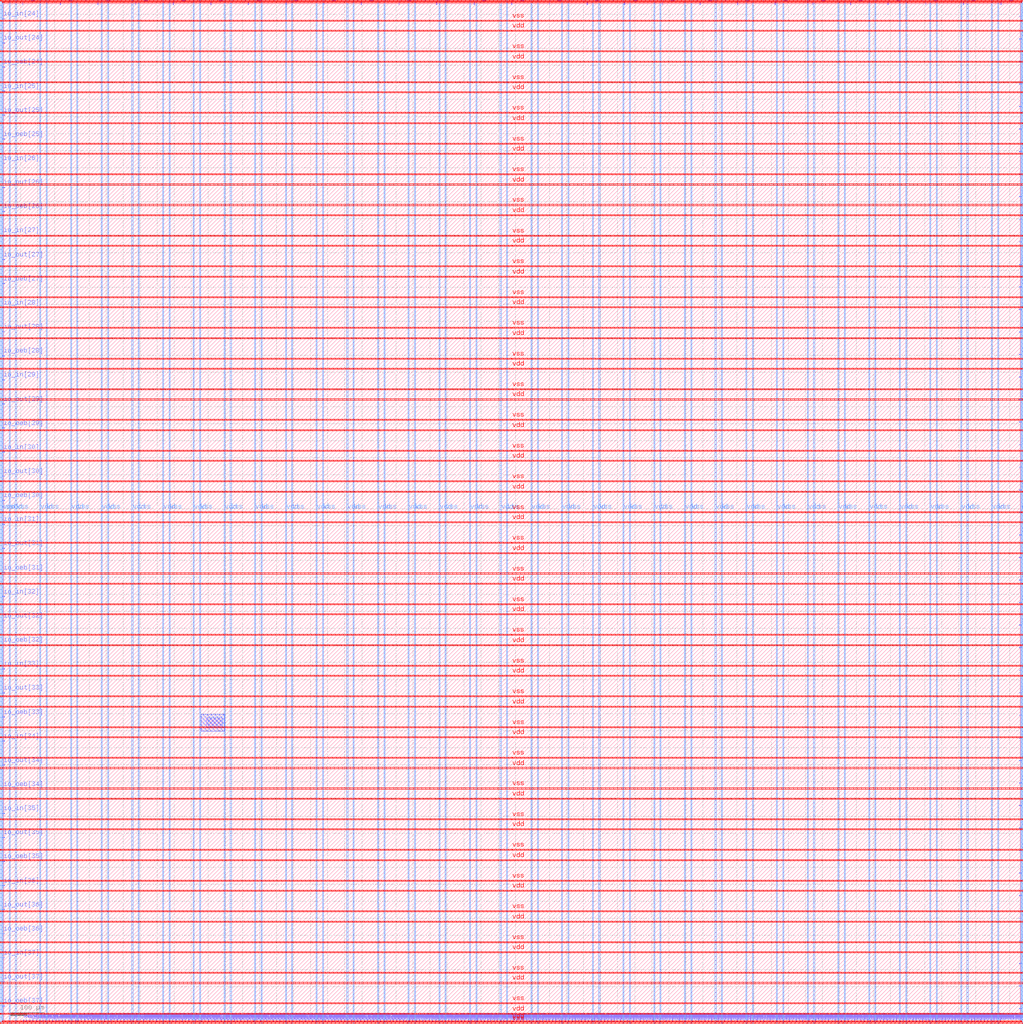
<source format=lef>
VERSION 5.7 ;
  NOWIREEXTENSIONATPIN ON ;
  DIVIDERCHAR "/" ;
  BUSBITCHARS "[]" ;
MACRO user_project_wrapper
  CLASS BLOCK ;
  FOREIGN user_project_wrapper ;
  ORIGIN 0.000 0.000 ;
  SIZE 2980.200 BY 2980.200 ;
  PIN io_in[0]
    DIRECTION INPUT ;
    USE SIGNAL ;
    PORT
      LAYER Metal3 ;
        RECT 2977.800 35.560 2985.000 36.680 ;
    END
  END io_in[0]
  PIN io_in[10]
    DIRECTION INPUT ;
    USE SIGNAL ;
    PORT
      LAYER Metal3 ;
        RECT 2977.800 2017.960 2985.000 2019.080 ;
    END
  END io_in[10]
  PIN io_in[11]
    DIRECTION INPUT ;
    USE SIGNAL ;
    PORT
      LAYER Metal3 ;
        RECT 2977.800 2216.200 2985.000 2217.320 ;
    END
  END io_in[11]
  PIN io_in[12]
    DIRECTION INPUT ;
    USE SIGNAL ;
    PORT
      LAYER Metal3 ;
        RECT 2977.800 2414.440 2985.000 2415.560 ;
    END
  END io_in[12]
  PIN io_in[13]
    DIRECTION INPUT ;
    USE SIGNAL ;
    PORT
      LAYER Metal3 ;
        RECT 2977.800 2612.680 2985.000 2613.800 ;
    END
  END io_in[13]
  PIN io_in[14]
    DIRECTION INPUT ;
    USE SIGNAL ;
    PORT
      LAYER Metal3 ;
        RECT 2977.800 2810.920 2985.000 2812.040 ;
    END
  END io_in[14]
  PIN io_in[15]
    DIRECTION INPUT ;
    USE SIGNAL ;
    PORT
      LAYER Metal2 ;
        RECT 2923.480 2977.800 2924.600 2985.000 ;
    END
  END io_in[15]
  PIN io_in[16]
    DIRECTION INPUT ;
    USE SIGNAL ;
    PORT
      LAYER Metal2 ;
        RECT 2592.520 2977.800 2593.640 2985.000 ;
    END
  END io_in[16]
  PIN io_in[17]
    DIRECTION INPUT ;
    USE SIGNAL ;
    PORT
      LAYER Metal2 ;
        RECT 2261.560 2977.800 2262.680 2985.000 ;
    END
  END io_in[17]
  PIN io_in[18]
    DIRECTION INPUT ;
    USE SIGNAL ;
    PORT
      LAYER Metal2 ;
        RECT 1930.600 2977.800 1931.720 2985.000 ;
    END
  END io_in[18]
  PIN io_in[19]
    DIRECTION INPUT ;
    USE SIGNAL ;
    PORT
      LAYER Metal2 ;
        RECT 1599.640 2977.800 1600.760 2985.000 ;
    END
  END io_in[19]
  PIN io_in[1]
    DIRECTION INPUT ;
    USE SIGNAL ;
    PORT
      LAYER Metal3 ;
        RECT 2977.800 233.800 2985.000 234.920 ;
    END
  END io_in[1]
  PIN io_in[20]
    DIRECTION INPUT ;
    USE SIGNAL ;
    PORT
      LAYER Metal2 ;
        RECT 1268.680 2977.800 1269.800 2985.000 ;
    END
  END io_in[20]
  PIN io_in[21]
    DIRECTION INPUT ;
    USE SIGNAL ;
    PORT
      LAYER Metal2 ;
        RECT 937.720 2977.800 938.840 2985.000 ;
    END
  END io_in[21]
  PIN io_in[22]
    DIRECTION INPUT ;
    USE SIGNAL ;
    PORT
      LAYER Metal2 ;
        RECT 606.760 2977.800 607.880 2985.000 ;
    END
  END io_in[22]
  PIN io_in[23]
    DIRECTION INPUT ;
    USE SIGNAL ;
    PORT
      LAYER Metal2 ;
        RECT 275.800 2977.800 276.920 2985.000 ;
    END
  END io_in[23]
  PIN io_in[24]
    DIRECTION INPUT ;
    USE SIGNAL ;
    PORT
      LAYER Metal3 ;
        RECT -4.800 2935.800 2.400 2936.920 ;
    END
  END io_in[24]
  PIN io_in[25]
    DIRECTION INPUT ;
    USE SIGNAL ;
    PORT
      LAYER Metal3 ;
        RECT -4.800 2724.120 2.400 2725.240 ;
    END
  END io_in[25]
  PIN io_in[26]
    DIRECTION INPUT ;
    USE SIGNAL ;
    PORT
      LAYER Metal3 ;
        RECT -4.800 2512.440 2.400 2513.560 ;
    END
  END io_in[26]
  PIN io_in[27]
    DIRECTION INPUT ;
    USE SIGNAL ;
    PORT
      LAYER Metal3 ;
        RECT -4.800 2300.760 2.400 2301.880 ;
    END
  END io_in[27]
  PIN io_in[28]
    DIRECTION INPUT ;
    USE SIGNAL ;
    PORT
      LAYER Metal3 ;
        RECT -4.800 2089.080 2.400 2090.200 ;
    END
  END io_in[28]
  PIN io_in[29]
    DIRECTION INPUT ;
    USE SIGNAL ;
    PORT
      LAYER Metal3 ;
        RECT -4.800 1877.400 2.400 1878.520 ;
    END
  END io_in[29]
  PIN io_in[2]
    DIRECTION INPUT ;
    USE SIGNAL ;
    PORT
      LAYER Metal3 ;
        RECT 2977.800 432.040 2985.000 433.160 ;
    END
  END io_in[2]
  PIN io_in[30]
    DIRECTION INPUT ;
    USE SIGNAL ;
    PORT
      LAYER Metal3 ;
        RECT -4.800 1665.720 2.400 1666.840 ;
    END
  END io_in[30]
  PIN io_in[31]
    DIRECTION INPUT ;
    USE SIGNAL ;
    PORT
      LAYER Metal3 ;
        RECT -4.800 1454.040 2.400 1455.160 ;
    END
  END io_in[31]
  PIN io_in[32]
    DIRECTION INPUT ;
    USE SIGNAL ;
    PORT
      LAYER Metal3 ;
        RECT -4.800 1242.360 2.400 1243.480 ;
    END
  END io_in[32]
  PIN io_in[33]
    DIRECTION INPUT ;
    USE SIGNAL ;
    PORT
      LAYER Metal3 ;
        RECT -4.800 1030.680 2.400 1031.800 ;
    END
  END io_in[33]
  PIN io_in[34]
    DIRECTION INPUT ;
    USE SIGNAL ;
    PORT
      LAYER Metal3 ;
        RECT -4.800 819.000 2.400 820.120 ;
    END
  END io_in[34]
  PIN io_in[35]
    DIRECTION INPUT ;
    USE SIGNAL ;
    PORT
      LAYER Metal3 ;
        RECT -4.800 607.320 2.400 608.440 ;
    END
  END io_in[35]
  PIN io_in[36]
    DIRECTION INPUT ;
    USE SIGNAL ;
    PORT
      LAYER Metal3 ;
        RECT -4.800 395.640 2.400 396.760 ;
    END
  END io_in[36]
  PIN io_in[37]
    DIRECTION INPUT ;
    USE SIGNAL ;
    PORT
      LAYER Metal3 ;
        RECT -4.800 183.960 2.400 185.080 ;
    END
  END io_in[37]
  PIN io_in[3]
    DIRECTION INPUT ;
    USE SIGNAL ;
    PORT
      LAYER Metal3 ;
        RECT 2977.800 630.280 2985.000 631.400 ;
    END
  END io_in[3]
  PIN io_in[4]
    DIRECTION INPUT ;
    USE SIGNAL ;
    PORT
      LAYER Metal3 ;
        RECT 2977.800 828.520 2985.000 829.640 ;
    END
  END io_in[4]
  PIN io_in[5]
    DIRECTION INPUT ;
    USE SIGNAL ;
    PORT
      LAYER Metal3 ;
        RECT 2977.800 1026.760 2985.000 1027.880 ;
    END
  END io_in[5]
  PIN io_in[6]
    DIRECTION INPUT ;
    USE SIGNAL ;
    PORT
      LAYER Metal3 ;
        RECT 2977.800 1225.000 2985.000 1226.120 ;
    END
  END io_in[6]
  PIN io_in[7]
    DIRECTION INPUT ;
    USE SIGNAL ;
    PORT
      LAYER Metal3 ;
        RECT 2977.800 1423.240 2985.000 1424.360 ;
    END
  END io_in[7]
  PIN io_in[8]
    DIRECTION INPUT ;
    USE SIGNAL ;
    PORT
      LAYER Metal3 ;
        RECT 2977.800 1621.480 2985.000 1622.600 ;
    END
  END io_in[8]
  PIN io_in[9]
    DIRECTION INPUT ;
    USE SIGNAL ;
    PORT
      LAYER Metal3 ;
        RECT 2977.800 1819.720 2985.000 1820.840 ;
    END
  END io_in[9]
  PIN io_oeb[0]
    DIRECTION OUTPUT TRISTATE ;
    USE SIGNAL ;
    PORT
      LAYER Metal3 ;
        RECT 2977.800 167.720 2985.000 168.840 ;
    END
  END io_oeb[0]
  PIN io_oeb[10]
    DIRECTION OUTPUT TRISTATE ;
    USE SIGNAL ;
    PORT
      LAYER Metal3 ;
        RECT 2977.800 2150.120 2985.000 2151.240 ;
    END
  END io_oeb[10]
  PIN io_oeb[11]
    DIRECTION OUTPUT TRISTATE ;
    USE SIGNAL ;
    PORT
      LAYER Metal3 ;
        RECT 2977.800 2348.360 2985.000 2349.480 ;
    END
  END io_oeb[11]
  PIN io_oeb[12]
    DIRECTION OUTPUT TRISTATE ;
    USE SIGNAL ;
    PORT
      LAYER Metal3 ;
        RECT 2977.800 2546.600 2985.000 2547.720 ;
    END
  END io_oeb[12]
  PIN io_oeb[13]
    DIRECTION OUTPUT TRISTATE ;
    USE SIGNAL ;
    PORT
      LAYER Metal3 ;
        RECT 2977.800 2744.840 2985.000 2745.960 ;
    END
  END io_oeb[13]
  PIN io_oeb[14]
    DIRECTION OUTPUT TRISTATE ;
    USE SIGNAL ;
    PORT
      LAYER Metal3 ;
        RECT 2977.800 2943.080 2985.000 2944.200 ;
    END
  END io_oeb[14]
  PIN io_oeb[15]
    DIRECTION OUTPUT TRISTATE ;
    USE SIGNAL ;
    PORT
      LAYER Metal2 ;
        RECT 2702.840 2977.800 2703.960 2985.000 ;
    END
  END io_oeb[15]
  PIN io_oeb[16]
    DIRECTION OUTPUT TRISTATE ;
    USE SIGNAL ;
    PORT
      LAYER Metal2 ;
        RECT 2371.880 2977.800 2373.000 2985.000 ;
    END
  END io_oeb[16]
  PIN io_oeb[17]
    DIRECTION OUTPUT TRISTATE ;
    USE SIGNAL ;
    PORT
      LAYER Metal2 ;
        RECT 2040.920 2977.800 2042.040 2985.000 ;
    END
  END io_oeb[17]
  PIN io_oeb[18]
    DIRECTION OUTPUT TRISTATE ;
    USE SIGNAL ;
    PORT
      LAYER Metal2 ;
        RECT 1709.960 2977.800 1711.080 2985.000 ;
    END
  END io_oeb[18]
  PIN io_oeb[19]
    DIRECTION OUTPUT TRISTATE ;
    USE SIGNAL ;
    PORT
      LAYER Metal2 ;
        RECT 1379.000 2977.800 1380.120 2985.000 ;
    END
  END io_oeb[19]
  PIN io_oeb[1]
    DIRECTION OUTPUT TRISTATE ;
    USE SIGNAL ;
    PORT
      LAYER Metal3 ;
        RECT 2977.800 365.960 2985.000 367.080 ;
    END
  END io_oeb[1]
  PIN io_oeb[20]
    DIRECTION OUTPUT TRISTATE ;
    USE SIGNAL ;
    PORT
      LAYER Metal2 ;
        RECT 1048.040 2977.800 1049.160 2985.000 ;
    END
  END io_oeb[20]
  PIN io_oeb[21]
    DIRECTION OUTPUT TRISTATE ;
    USE SIGNAL ;
    PORT
      LAYER Metal2 ;
        RECT 717.080 2977.800 718.200 2985.000 ;
    END
  END io_oeb[21]
  PIN io_oeb[22]
    DIRECTION OUTPUT TRISTATE ;
    USE SIGNAL ;
    PORT
      LAYER Metal2 ;
        RECT 386.120 2977.800 387.240 2985.000 ;
    END
  END io_oeb[22]
  PIN io_oeb[23]
    DIRECTION OUTPUT TRISTATE ;
    USE SIGNAL ;
    PORT
      LAYER Metal2 ;
        RECT 55.160 2977.800 56.280 2985.000 ;
    END
  END io_oeb[23]
  PIN io_oeb[24]
    DIRECTION OUTPUT TRISTATE ;
    USE SIGNAL ;
    PORT
      LAYER Metal3 ;
        RECT -4.800 2794.680 2.400 2795.800 ;
    END
  END io_oeb[24]
  PIN io_oeb[25]
    DIRECTION OUTPUT TRISTATE ;
    USE SIGNAL ;
    PORT
      LAYER Metal3 ;
        RECT -4.800 2583.000 2.400 2584.120 ;
    END
  END io_oeb[25]
  PIN io_oeb[26]
    DIRECTION OUTPUT TRISTATE ;
    USE SIGNAL ;
    PORT
      LAYER Metal3 ;
        RECT -4.800 2371.320 2.400 2372.440 ;
    END
  END io_oeb[26]
  PIN io_oeb[27]
    DIRECTION OUTPUT TRISTATE ;
    USE SIGNAL ;
    PORT
      LAYER Metal3 ;
        RECT -4.800 2159.640 2.400 2160.760 ;
    END
  END io_oeb[27]
  PIN io_oeb[28]
    DIRECTION OUTPUT TRISTATE ;
    USE SIGNAL ;
    PORT
      LAYER Metal3 ;
        RECT -4.800 1947.960 2.400 1949.080 ;
    END
  END io_oeb[28]
  PIN io_oeb[29]
    DIRECTION OUTPUT TRISTATE ;
    USE SIGNAL ;
    PORT
      LAYER Metal3 ;
        RECT -4.800 1736.280 2.400 1737.400 ;
    END
  END io_oeb[29]
  PIN io_oeb[2]
    DIRECTION OUTPUT TRISTATE ;
    USE SIGNAL ;
    PORT
      LAYER Metal3 ;
        RECT 2977.800 564.200 2985.000 565.320 ;
    END
  END io_oeb[2]
  PIN io_oeb[30]
    DIRECTION OUTPUT TRISTATE ;
    USE SIGNAL ;
    PORT
      LAYER Metal3 ;
        RECT -4.800 1524.600 2.400 1525.720 ;
    END
  END io_oeb[30]
  PIN io_oeb[31]
    DIRECTION OUTPUT TRISTATE ;
    USE SIGNAL ;
    PORT
      LAYER Metal3 ;
        RECT -4.800 1312.920 2.400 1314.040 ;
    END
  END io_oeb[31]
  PIN io_oeb[32]
    DIRECTION OUTPUT TRISTATE ;
    USE SIGNAL ;
    PORT
      LAYER Metal3 ;
        RECT -4.800 1101.240 2.400 1102.360 ;
    END
  END io_oeb[32]
  PIN io_oeb[33]
    DIRECTION OUTPUT TRISTATE ;
    USE SIGNAL ;
    PORT
      LAYER Metal3 ;
        RECT -4.800 889.560 2.400 890.680 ;
    END
  END io_oeb[33]
  PIN io_oeb[34]
    DIRECTION OUTPUT TRISTATE ;
    USE SIGNAL ;
    PORT
      LAYER Metal3 ;
        RECT -4.800 677.880 2.400 679.000 ;
    END
  END io_oeb[34]
  PIN io_oeb[35]
    DIRECTION OUTPUT TRISTATE ;
    USE SIGNAL ;
    PORT
      LAYER Metal3 ;
        RECT -4.800 466.200 2.400 467.320 ;
    END
  END io_oeb[35]
  PIN io_oeb[36]
    DIRECTION OUTPUT TRISTATE ;
    USE SIGNAL ;
    PORT
      LAYER Metal3 ;
        RECT -4.800 254.520 2.400 255.640 ;
    END
  END io_oeb[36]
  PIN io_oeb[37]
    DIRECTION OUTPUT TRISTATE ;
    USE SIGNAL ;
    PORT
      LAYER Metal3 ;
        RECT -4.800 42.840 2.400 43.960 ;
    END
  END io_oeb[37]
  PIN io_oeb[3]
    DIRECTION OUTPUT TRISTATE ;
    USE SIGNAL ;
    PORT
      LAYER Metal3 ;
        RECT 2977.800 762.440 2985.000 763.560 ;
    END
  END io_oeb[3]
  PIN io_oeb[4]
    DIRECTION OUTPUT TRISTATE ;
    USE SIGNAL ;
    PORT
      LAYER Metal3 ;
        RECT 2977.800 960.680 2985.000 961.800 ;
    END
  END io_oeb[4]
  PIN io_oeb[5]
    DIRECTION OUTPUT TRISTATE ;
    USE SIGNAL ;
    PORT
      LAYER Metal3 ;
        RECT 2977.800 1158.920 2985.000 1160.040 ;
    END
  END io_oeb[5]
  PIN io_oeb[6]
    DIRECTION OUTPUT TRISTATE ;
    USE SIGNAL ;
    PORT
      LAYER Metal3 ;
        RECT 2977.800 1357.160 2985.000 1358.280 ;
    END
  END io_oeb[6]
  PIN io_oeb[7]
    DIRECTION OUTPUT TRISTATE ;
    USE SIGNAL ;
    PORT
      LAYER Metal3 ;
        RECT 2977.800 1555.400 2985.000 1556.520 ;
    END
  END io_oeb[7]
  PIN io_oeb[8]
    DIRECTION OUTPUT TRISTATE ;
    USE SIGNAL ;
    PORT
      LAYER Metal3 ;
        RECT 2977.800 1753.640 2985.000 1754.760 ;
    END
  END io_oeb[8]
  PIN io_oeb[9]
    DIRECTION OUTPUT TRISTATE ;
    USE SIGNAL ;
    PORT
      LAYER Metal3 ;
        RECT 2977.800 1951.880 2985.000 1953.000 ;
    END
  END io_oeb[9]
  PIN io_out[0]
    DIRECTION OUTPUT TRISTATE ;
    USE SIGNAL ;
    PORT
      LAYER Metal3 ;
        RECT 2977.800 101.640 2985.000 102.760 ;
    END
  END io_out[0]
  PIN io_out[10]
    DIRECTION OUTPUT TRISTATE ;
    USE SIGNAL ;
    PORT
      LAYER Metal3 ;
        RECT 2977.800 2084.040 2985.000 2085.160 ;
    END
  END io_out[10]
  PIN io_out[11]
    DIRECTION OUTPUT TRISTATE ;
    USE SIGNAL ;
    PORT
      LAYER Metal3 ;
        RECT 2977.800 2282.280 2985.000 2283.400 ;
    END
  END io_out[11]
  PIN io_out[12]
    DIRECTION OUTPUT TRISTATE ;
    USE SIGNAL ;
    PORT
      LAYER Metal3 ;
        RECT 2977.800 2480.520 2985.000 2481.640 ;
    END
  END io_out[12]
  PIN io_out[13]
    DIRECTION OUTPUT TRISTATE ;
    USE SIGNAL ;
    PORT
      LAYER Metal3 ;
        RECT 2977.800 2678.760 2985.000 2679.880 ;
    END
  END io_out[13]
  PIN io_out[14]
    DIRECTION OUTPUT TRISTATE ;
    USE SIGNAL ;
    PORT
      LAYER Metal3 ;
        RECT 2977.800 2877.000 2985.000 2878.120 ;
    END
  END io_out[14]
  PIN io_out[15]
    DIRECTION OUTPUT TRISTATE ;
    USE SIGNAL ;
    PORT
      LAYER Metal2 ;
        RECT 2813.160 2977.800 2814.280 2985.000 ;
    END
  END io_out[15]
  PIN io_out[16]
    DIRECTION OUTPUT TRISTATE ;
    USE SIGNAL ;
    PORT
      LAYER Metal2 ;
        RECT 2482.200 2977.800 2483.320 2985.000 ;
    END
  END io_out[16]
  PIN io_out[17]
    DIRECTION OUTPUT TRISTATE ;
    USE SIGNAL ;
    PORT
      LAYER Metal2 ;
        RECT 2151.240 2977.800 2152.360 2985.000 ;
    END
  END io_out[17]
  PIN io_out[18]
    DIRECTION OUTPUT TRISTATE ;
    USE SIGNAL ;
    PORT
      LAYER Metal2 ;
        RECT 1820.280 2977.800 1821.400 2985.000 ;
    END
  END io_out[18]
  PIN io_out[19]
    DIRECTION OUTPUT TRISTATE ;
    USE SIGNAL ;
    PORT
      LAYER Metal2 ;
        RECT 1489.320 2977.800 1490.440 2985.000 ;
    END
  END io_out[19]
  PIN io_out[1]
    DIRECTION OUTPUT TRISTATE ;
    USE SIGNAL ;
    PORT
      LAYER Metal3 ;
        RECT 2977.800 299.880 2985.000 301.000 ;
    END
  END io_out[1]
  PIN io_out[20]
    DIRECTION OUTPUT TRISTATE ;
    USE SIGNAL ;
    PORT
      LAYER Metal2 ;
        RECT 1158.360 2977.800 1159.480 2985.000 ;
    END
  END io_out[20]
  PIN io_out[21]
    DIRECTION OUTPUT TRISTATE ;
    USE SIGNAL ;
    PORT
      LAYER Metal2 ;
        RECT 827.400 2977.800 828.520 2985.000 ;
    END
  END io_out[21]
  PIN io_out[22]
    DIRECTION OUTPUT TRISTATE ;
    USE SIGNAL ;
    PORT
      LAYER Metal2 ;
        RECT 496.440 2977.800 497.560 2985.000 ;
    END
  END io_out[22]
  PIN io_out[23]
    DIRECTION OUTPUT TRISTATE ;
    USE SIGNAL ;
    PORT
      LAYER Metal2 ;
        RECT 165.480 2977.800 166.600 2985.000 ;
    END
  END io_out[23]
  PIN io_out[24]
    DIRECTION OUTPUT TRISTATE ;
    USE SIGNAL ;
    PORT
      LAYER Metal3 ;
        RECT -4.800 2865.240 2.400 2866.360 ;
    END
  END io_out[24]
  PIN io_out[25]
    DIRECTION OUTPUT TRISTATE ;
    USE SIGNAL ;
    PORT
      LAYER Metal3 ;
        RECT -4.800 2653.560 2.400 2654.680 ;
    END
  END io_out[25]
  PIN io_out[26]
    DIRECTION OUTPUT TRISTATE ;
    USE SIGNAL ;
    PORT
      LAYER Metal3 ;
        RECT -4.800 2441.880 2.400 2443.000 ;
    END
  END io_out[26]
  PIN io_out[27]
    DIRECTION OUTPUT TRISTATE ;
    USE SIGNAL ;
    PORT
      LAYER Metal3 ;
        RECT -4.800 2230.200 2.400 2231.320 ;
    END
  END io_out[27]
  PIN io_out[28]
    DIRECTION OUTPUT TRISTATE ;
    USE SIGNAL ;
    PORT
      LAYER Metal3 ;
        RECT -4.800 2018.520 2.400 2019.640 ;
    END
  END io_out[28]
  PIN io_out[29]
    DIRECTION OUTPUT TRISTATE ;
    USE SIGNAL ;
    PORT
      LAYER Metal3 ;
        RECT -4.800 1806.840 2.400 1807.960 ;
    END
  END io_out[29]
  PIN io_out[2]
    DIRECTION OUTPUT TRISTATE ;
    USE SIGNAL ;
    PORT
      LAYER Metal3 ;
        RECT 2977.800 498.120 2985.000 499.240 ;
    END
  END io_out[2]
  PIN io_out[30]
    DIRECTION OUTPUT TRISTATE ;
    USE SIGNAL ;
    PORT
      LAYER Metal3 ;
        RECT -4.800 1595.160 2.400 1596.280 ;
    END
  END io_out[30]
  PIN io_out[31]
    DIRECTION OUTPUT TRISTATE ;
    USE SIGNAL ;
    PORT
      LAYER Metal3 ;
        RECT -4.800 1383.480 2.400 1384.600 ;
    END
  END io_out[31]
  PIN io_out[32]
    DIRECTION OUTPUT TRISTATE ;
    USE SIGNAL ;
    PORT
      LAYER Metal3 ;
        RECT -4.800 1171.800 2.400 1172.920 ;
    END
  END io_out[32]
  PIN io_out[33]
    DIRECTION OUTPUT TRISTATE ;
    USE SIGNAL ;
    PORT
      LAYER Metal3 ;
        RECT -4.800 960.120 2.400 961.240 ;
    END
  END io_out[33]
  PIN io_out[34]
    DIRECTION OUTPUT TRISTATE ;
    USE SIGNAL ;
    PORT
      LAYER Metal3 ;
        RECT -4.800 748.440 2.400 749.560 ;
    END
  END io_out[34]
  PIN io_out[35]
    DIRECTION OUTPUT TRISTATE ;
    USE SIGNAL ;
    PORT
      LAYER Metal3 ;
        RECT -4.800 536.760 2.400 537.880 ;
    END
  END io_out[35]
  PIN io_out[36]
    DIRECTION OUTPUT TRISTATE ;
    USE SIGNAL ;
    PORT
      LAYER Metal3 ;
        RECT -4.800 325.080 2.400 326.200 ;
    END
  END io_out[36]
  PIN io_out[37]
    DIRECTION OUTPUT TRISTATE ;
    USE SIGNAL ;
    PORT
      LAYER Metal3 ;
        RECT -4.800 113.400 2.400 114.520 ;
    END
  END io_out[37]
  PIN io_out[3]
    DIRECTION OUTPUT TRISTATE ;
    USE SIGNAL ;
    PORT
      LAYER Metal3 ;
        RECT 2977.800 696.360 2985.000 697.480 ;
    END
  END io_out[3]
  PIN io_out[4]
    DIRECTION OUTPUT TRISTATE ;
    USE SIGNAL ;
    PORT
      LAYER Metal3 ;
        RECT 2977.800 894.600 2985.000 895.720 ;
    END
  END io_out[4]
  PIN io_out[5]
    DIRECTION OUTPUT TRISTATE ;
    USE SIGNAL ;
    PORT
      LAYER Metal3 ;
        RECT 2977.800 1092.840 2985.000 1093.960 ;
    END
  END io_out[5]
  PIN io_out[6]
    DIRECTION OUTPUT TRISTATE ;
    USE SIGNAL ;
    PORT
      LAYER Metal3 ;
        RECT 2977.800 1291.080 2985.000 1292.200 ;
    END
  END io_out[6]
  PIN io_out[7]
    DIRECTION OUTPUT TRISTATE ;
    USE SIGNAL ;
    PORT
      LAYER Metal3 ;
        RECT 2977.800 1489.320 2985.000 1490.440 ;
    END
  END io_out[7]
  PIN io_out[8]
    DIRECTION OUTPUT TRISTATE ;
    USE SIGNAL ;
    PORT
      LAYER Metal3 ;
        RECT 2977.800 1687.560 2985.000 1688.680 ;
    END
  END io_out[8]
  PIN io_out[9]
    DIRECTION OUTPUT TRISTATE ;
    USE SIGNAL ;
    PORT
      LAYER Metal3 ;
        RECT 2977.800 1885.800 2985.000 1886.920 ;
    END
  END io_out[9]
  PIN la_data_in[0]
    DIRECTION INPUT ;
    USE SIGNAL ;
    PORT
      LAYER Metal2 ;
        RECT 1065.960 -4.800 1067.080 2.400 ;
    END
  END la_data_in[0]
  PIN la_data_in[10]
    DIRECTION INPUT ;
    USE SIGNAL ;
    PORT
      LAYER Metal2 ;
        RECT 1351.560 -4.800 1352.680 2.400 ;
    END
  END la_data_in[10]
  PIN la_data_in[11]
    DIRECTION INPUT ;
    USE SIGNAL ;
    PORT
      LAYER Metal2 ;
        RECT 1380.120 -4.800 1381.240 2.400 ;
    END
  END la_data_in[11]
  PIN la_data_in[12]
    DIRECTION INPUT ;
    USE SIGNAL ;
    PORT
      LAYER Metal2 ;
        RECT 1408.680 -4.800 1409.800 2.400 ;
    END
  END la_data_in[12]
  PIN la_data_in[13]
    DIRECTION INPUT ;
    USE SIGNAL ;
    PORT
      LAYER Metal2 ;
        RECT 1437.240 -4.800 1438.360 2.400 ;
    END
  END la_data_in[13]
  PIN la_data_in[14]
    DIRECTION INPUT ;
    USE SIGNAL ;
    PORT
      LAYER Metal2 ;
        RECT 1465.800 -4.800 1466.920 2.400 ;
    END
  END la_data_in[14]
  PIN la_data_in[15]
    DIRECTION INPUT ;
    USE SIGNAL ;
    PORT
      LAYER Metal2 ;
        RECT 1494.360 -4.800 1495.480 2.400 ;
    END
  END la_data_in[15]
  PIN la_data_in[16]
    DIRECTION INPUT ;
    USE SIGNAL ;
    PORT
      LAYER Metal2 ;
        RECT 1522.920 -4.800 1524.040 2.400 ;
    END
  END la_data_in[16]
  PIN la_data_in[17]
    DIRECTION INPUT ;
    USE SIGNAL ;
    PORT
      LAYER Metal2 ;
        RECT 1551.480 -4.800 1552.600 2.400 ;
    END
  END la_data_in[17]
  PIN la_data_in[18]
    DIRECTION INPUT ;
    USE SIGNAL ;
    PORT
      LAYER Metal2 ;
        RECT 1580.040 -4.800 1581.160 2.400 ;
    END
  END la_data_in[18]
  PIN la_data_in[19]
    DIRECTION INPUT ;
    USE SIGNAL ;
    PORT
      LAYER Metal2 ;
        RECT 1608.600 -4.800 1609.720 2.400 ;
    END
  END la_data_in[19]
  PIN la_data_in[1]
    DIRECTION INPUT ;
    USE SIGNAL ;
    PORT
      LAYER Metal2 ;
        RECT 1094.520 -4.800 1095.640 2.400 ;
    END
  END la_data_in[1]
  PIN la_data_in[20]
    DIRECTION INPUT ;
    USE SIGNAL ;
    PORT
      LAYER Metal2 ;
        RECT 1637.160 -4.800 1638.280 2.400 ;
    END
  END la_data_in[20]
  PIN la_data_in[21]
    DIRECTION INPUT ;
    USE SIGNAL ;
    PORT
      LAYER Metal2 ;
        RECT 1665.720 -4.800 1666.840 2.400 ;
    END
  END la_data_in[21]
  PIN la_data_in[22]
    DIRECTION INPUT ;
    USE SIGNAL ;
    PORT
      LAYER Metal2 ;
        RECT 1694.280 -4.800 1695.400 2.400 ;
    END
  END la_data_in[22]
  PIN la_data_in[23]
    DIRECTION INPUT ;
    USE SIGNAL ;
    PORT
      LAYER Metal2 ;
        RECT 1722.840 -4.800 1723.960 2.400 ;
    END
  END la_data_in[23]
  PIN la_data_in[24]
    DIRECTION INPUT ;
    USE SIGNAL ;
    PORT
      LAYER Metal2 ;
        RECT 1751.400 -4.800 1752.520 2.400 ;
    END
  END la_data_in[24]
  PIN la_data_in[25]
    DIRECTION INPUT ;
    USE SIGNAL ;
    PORT
      LAYER Metal2 ;
        RECT 1779.960 -4.800 1781.080 2.400 ;
    END
  END la_data_in[25]
  PIN la_data_in[26]
    DIRECTION INPUT ;
    USE SIGNAL ;
    PORT
      LAYER Metal2 ;
        RECT 1808.520 -4.800 1809.640 2.400 ;
    END
  END la_data_in[26]
  PIN la_data_in[27]
    DIRECTION INPUT ;
    USE SIGNAL ;
    PORT
      LAYER Metal2 ;
        RECT 1837.080 -4.800 1838.200 2.400 ;
    END
  END la_data_in[27]
  PIN la_data_in[28]
    DIRECTION INPUT ;
    USE SIGNAL ;
    PORT
      LAYER Metal2 ;
        RECT 1865.640 -4.800 1866.760 2.400 ;
    END
  END la_data_in[28]
  PIN la_data_in[29]
    DIRECTION INPUT ;
    USE SIGNAL ;
    PORT
      LAYER Metal2 ;
        RECT 1894.200 -4.800 1895.320 2.400 ;
    END
  END la_data_in[29]
  PIN la_data_in[2]
    DIRECTION INPUT ;
    USE SIGNAL ;
    PORT
      LAYER Metal2 ;
        RECT 1123.080 -4.800 1124.200 2.400 ;
    END
  END la_data_in[2]
  PIN la_data_in[30]
    DIRECTION INPUT ;
    USE SIGNAL ;
    PORT
      LAYER Metal2 ;
        RECT 1922.760 -4.800 1923.880 2.400 ;
    END
  END la_data_in[30]
  PIN la_data_in[31]
    DIRECTION INPUT ;
    USE SIGNAL ;
    PORT
      LAYER Metal2 ;
        RECT 1951.320 -4.800 1952.440 2.400 ;
    END
  END la_data_in[31]
  PIN la_data_in[32]
    DIRECTION INPUT ;
    USE SIGNAL ;
    PORT
      LAYER Metal2 ;
        RECT 1979.880 -4.800 1981.000 2.400 ;
    END
  END la_data_in[32]
  PIN la_data_in[33]
    DIRECTION INPUT ;
    USE SIGNAL ;
    PORT
      LAYER Metal2 ;
        RECT 2008.440 -4.800 2009.560 2.400 ;
    END
  END la_data_in[33]
  PIN la_data_in[34]
    DIRECTION INPUT ;
    USE SIGNAL ;
    PORT
      LAYER Metal2 ;
        RECT 2037.000 -4.800 2038.120 2.400 ;
    END
  END la_data_in[34]
  PIN la_data_in[35]
    DIRECTION INPUT ;
    USE SIGNAL ;
    PORT
      LAYER Metal2 ;
        RECT 2065.560 -4.800 2066.680 2.400 ;
    END
  END la_data_in[35]
  PIN la_data_in[36]
    DIRECTION INPUT ;
    USE SIGNAL ;
    PORT
      LAYER Metal2 ;
        RECT 2094.120 -4.800 2095.240 2.400 ;
    END
  END la_data_in[36]
  PIN la_data_in[37]
    DIRECTION INPUT ;
    USE SIGNAL ;
    PORT
      LAYER Metal2 ;
        RECT 2122.680 -4.800 2123.800 2.400 ;
    END
  END la_data_in[37]
  PIN la_data_in[38]
    DIRECTION INPUT ;
    USE SIGNAL ;
    PORT
      LAYER Metal2 ;
        RECT 2151.240 -4.800 2152.360 2.400 ;
    END
  END la_data_in[38]
  PIN la_data_in[39]
    DIRECTION INPUT ;
    USE SIGNAL ;
    PORT
      LAYER Metal2 ;
        RECT 2179.800 -4.800 2180.920 2.400 ;
    END
  END la_data_in[39]
  PIN la_data_in[3]
    DIRECTION INPUT ;
    USE SIGNAL ;
    PORT
      LAYER Metal2 ;
        RECT 1151.640 -4.800 1152.760 2.400 ;
    END
  END la_data_in[3]
  PIN la_data_in[40]
    DIRECTION INPUT ;
    USE SIGNAL ;
    PORT
      LAYER Metal2 ;
        RECT 2208.360 -4.800 2209.480 2.400 ;
    END
  END la_data_in[40]
  PIN la_data_in[41]
    DIRECTION INPUT ;
    USE SIGNAL ;
    PORT
      LAYER Metal2 ;
        RECT 2236.920 -4.800 2238.040 2.400 ;
    END
  END la_data_in[41]
  PIN la_data_in[42]
    DIRECTION INPUT ;
    USE SIGNAL ;
    PORT
      LAYER Metal2 ;
        RECT 2265.480 -4.800 2266.600 2.400 ;
    END
  END la_data_in[42]
  PIN la_data_in[43]
    DIRECTION INPUT ;
    USE SIGNAL ;
    PORT
      LAYER Metal2 ;
        RECT 2294.040 -4.800 2295.160 2.400 ;
    END
  END la_data_in[43]
  PIN la_data_in[44]
    DIRECTION INPUT ;
    USE SIGNAL ;
    PORT
      LAYER Metal2 ;
        RECT 2322.600 -4.800 2323.720 2.400 ;
    END
  END la_data_in[44]
  PIN la_data_in[45]
    DIRECTION INPUT ;
    USE SIGNAL ;
    PORT
      LAYER Metal2 ;
        RECT 2351.160 -4.800 2352.280 2.400 ;
    END
  END la_data_in[45]
  PIN la_data_in[46]
    DIRECTION INPUT ;
    USE SIGNAL ;
    PORT
      LAYER Metal2 ;
        RECT 2379.720 -4.800 2380.840 2.400 ;
    END
  END la_data_in[46]
  PIN la_data_in[47]
    DIRECTION INPUT ;
    USE SIGNAL ;
    PORT
      LAYER Metal2 ;
        RECT 2408.280 -4.800 2409.400 2.400 ;
    END
  END la_data_in[47]
  PIN la_data_in[48]
    DIRECTION INPUT ;
    USE SIGNAL ;
    PORT
      LAYER Metal2 ;
        RECT 2436.840 -4.800 2437.960 2.400 ;
    END
  END la_data_in[48]
  PIN la_data_in[49]
    DIRECTION INPUT ;
    USE SIGNAL ;
    PORT
      LAYER Metal2 ;
        RECT 2465.400 -4.800 2466.520 2.400 ;
    END
  END la_data_in[49]
  PIN la_data_in[4]
    DIRECTION INPUT ;
    USE SIGNAL ;
    PORT
      LAYER Metal2 ;
        RECT 1180.200 -4.800 1181.320 2.400 ;
    END
  END la_data_in[4]
  PIN la_data_in[50]
    DIRECTION INPUT ;
    USE SIGNAL ;
    PORT
      LAYER Metal2 ;
        RECT 2493.960 -4.800 2495.080 2.400 ;
    END
  END la_data_in[50]
  PIN la_data_in[51]
    DIRECTION INPUT ;
    USE SIGNAL ;
    PORT
      LAYER Metal2 ;
        RECT 2522.520 -4.800 2523.640 2.400 ;
    END
  END la_data_in[51]
  PIN la_data_in[52]
    DIRECTION INPUT ;
    USE SIGNAL ;
    PORT
      LAYER Metal2 ;
        RECT 2551.080 -4.800 2552.200 2.400 ;
    END
  END la_data_in[52]
  PIN la_data_in[53]
    DIRECTION INPUT ;
    USE SIGNAL ;
    PORT
      LAYER Metal2 ;
        RECT 2579.640 -4.800 2580.760 2.400 ;
    END
  END la_data_in[53]
  PIN la_data_in[54]
    DIRECTION INPUT ;
    USE SIGNAL ;
    PORT
      LAYER Metal2 ;
        RECT 2608.200 -4.800 2609.320 2.400 ;
    END
  END la_data_in[54]
  PIN la_data_in[55]
    DIRECTION INPUT ;
    USE SIGNAL ;
    PORT
      LAYER Metal2 ;
        RECT 2636.760 -4.800 2637.880 2.400 ;
    END
  END la_data_in[55]
  PIN la_data_in[56]
    DIRECTION INPUT ;
    USE SIGNAL ;
    PORT
      LAYER Metal2 ;
        RECT 2665.320 -4.800 2666.440 2.400 ;
    END
  END la_data_in[56]
  PIN la_data_in[57]
    DIRECTION INPUT ;
    USE SIGNAL ;
    PORT
      LAYER Metal2 ;
        RECT 2693.880 -4.800 2695.000 2.400 ;
    END
  END la_data_in[57]
  PIN la_data_in[58]
    DIRECTION INPUT ;
    USE SIGNAL ;
    PORT
      LAYER Metal2 ;
        RECT 2722.440 -4.800 2723.560 2.400 ;
    END
  END la_data_in[58]
  PIN la_data_in[59]
    DIRECTION INPUT ;
    USE SIGNAL ;
    PORT
      LAYER Metal2 ;
        RECT 2751.000 -4.800 2752.120 2.400 ;
    END
  END la_data_in[59]
  PIN la_data_in[5]
    DIRECTION INPUT ;
    USE SIGNAL ;
    PORT
      LAYER Metal2 ;
        RECT 1208.760 -4.800 1209.880 2.400 ;
    END
  END la_data_in[5]
  PIN la_data_in[60]
    DIRECTION INPUT ;
    USE SIGNAL ;
    PORT
      LAYER Metal2 ;
        RECT 2779.560 -4.800 2780.680 2.400 ;
    END
  END la_data_in[60]
  PIN la_data_in[61]
    DIRECTION INPUT ;
    USE SIGNAL ;
    PORT
      LAYER Metal2 ;
        RECT 2808.120 -4.800 2809.240 2.400 ;
    END
  END la_data_in[61]
  PIN la_data_in[62]
    DIRECTION INPUT ;
    USE SIGNAL ;
    PORT
      LAYER Metal2 ;
        RECT 2836.680 -4.800 2837.800 2.400 ;
    END
  END la_data_in[62]
  PIN la_data_in[63]
    DIRECTION INPUT ;
    USE SIGNAL ;
    PORT
      LAYER Metal2 ;
        RECT 2865.240 -4.800 2866.360 2.400 ;
    END
  END la_data_in[63]
  PIN la_data_in[6]
    DIRECTION INPUT ;
    USE SIGNAL ;
    PORT
      LAYER Metal2 ;
        RECT 1237.320 -4.800 1238.440 2.400 ;
    END
  END la_data_in[6]
  PIN la_data_in[7]
    DIRECTION INPUT ;
    USE SIGNAL ;
    PORT
      LAYER Metal2 ;
        RECT 1265.880 -4.800 1267.000 2.400 ;
    END
  END la_data_in[7]
  PIN la_data_in[8]
    DIRECTION INPUT ;
    USE SIGNAL ;
    PORT
      LAYER Metal2 ;
        RECT 1294.440 -4.800 1295.560 2.400 ;
    END
  END la_data_in[8]
  PIN la_data_in[9]
    DIRECTION INPUT ;
    USE SIGNAL ;
    PORT
      LAYER Metal2 ;
        RECT 1323.000 -4.800 1324.120 2.400 ;
    END
  END la_data_in[9]
  PIN la_data_out[0]
    DIRECTION OUTPUT TRISTATE ;
    USE SIGNAL ;
    PORT
      LAYER Metal2 ;
        RECT 1075.480 -4.800 1076.600 2.400 ;
    END
  END la_data_out[0]
  PIN la_data_out[10]
    DIRECTION OUTPUT TRISTATE ;
    USE SIGNAL ;
    PORT
      LAYER Metal2 ;
        RECT 1361.080 -4.800 1362.200 2.400 ;
    END
  END la_data_out[10]
  PIN la_data_out[11]
    DIRECTION OUTPUT TRISTATE ;
    USE SIGNAL ;
    PORT
      LAYER Metal2 ;
        RECT 1389.640 -4.800 1390.760 2.400 ;
    END
  END la_data_out[11]
  PIN la_data_out[12]
    DIRECTION OUTPUT TRISTATE ;
    USE SIGNAL ;
    PORT
      LAYER Metal2 ;
        RECT 1418.200 -4.800 1419.320 2.400 ;
    END
  END la_data_out[12]
  PIN la_data_out[13]
    DIRECTION OUTPUT TRISTATE ;
    USE SIGNAL ;
    PORT
      LAYER Metal2 ;
        RECT 1446.760 -4.800 1447.880 2.400 ;
    END
  END la_data_out[13]
  PIN la_data_out[14]
    DIRECTION OUTPUT TRISTATE ;
    USE SIGNAL ;
    PORT
      LAYER Metal2 ;
        RECT 1475.320 -4.800 1476.440 2.400 ;
    END
  END la_data_out[14]
  PIN la_data_out[15]
    DIRECTION OUTPUT TRISTATE ;
    USE SIGNAL ;
    PORT
      LAYER Metal2 ;
        RECT 1503.880 -4.800 1505.000 2.400 ;
    END
  END la_data_out[15]
  PIN la_data_out[16]
    DIRECTION OUTPUT TRISTATE ;
    USE SIGNAL ;
    PORT
      LAYER Metal2 ;
        RECT 1532.440 -4.800 1533.560 2.400 ;
    END
  END la_data_out[16]
  PIN la_data_out[17]
    DIRECTION OUTPUT TRISTATE ;
    USE SIGNAL ;
    PORT
      LAYER Metal2 ;
        RECT 1561.000 -4.800 1562.120 2.400 ;
    END
  END la_data_out[17]
  PIN la_data_out[18]
    DIRECTION OUTPUT TRISTATE ;
    USE SIGNAL ;
    PORT
      LAYER Metal2 ;
        RECT 1589.560 -4.800 1590.680 2.400 ;
    END
  END la_data_out[18]
  PIN la_data_out[19]
    DIRECTION OUTPUT TRISTATE ;
    USE SIGNAL ;
    PORT
      LAYER Metal2 ;
        RECT 1618.120 -4.800 1619.240 2.400 ;
    END
  END la_data_out[19]
  PIN la_data_out[1]
    DIRECTION OUTPUT TRISTATE ;
    USE SIGNAL ;
    PORT
      LAYER Metal2 ;
        RECT 1104.040 -4.800 1105.160 2.400 ;
    END
  END la_data_out[1]
  PIN la_data_out[20]
    DIRECTION OUTPUT TRISTATE ;
    USE SIGNAL ;
    PORT
      LAYER Metal2 ;
        RECT 1646.680 -4.800 1647.800 2.400 ;
    END
  END la_data_out[20]
  PIN la_data_out[21]
    DIRECTION OUTPUT TRISTATE ;
    USE SIGNAL ;
    PORT
      LAYER Metal2 ;
        RECT 1675.240 -4.800 1676.360 2.400 ;
    END
  END la_data_out[21]
  PIN la_data_out[22]
    DIRECTION OUTPUT TRISTATE ;
    USE SIGNAL ;
    PORT
      LAYER Metal2 ;
        RECT 1703.800 -4.800 1704.920 2.400 ;
    END
  END la_data_out[22]
  PIN la_data_out[23]
    DIRECTION OUTPUT TRISTATE ;
    USE SIGNAL ;
    PORT
      LAYER Metal2 ;
        RECT 1732.360 -4.800 1733.480 2.400 ;
    END
  END la_data_out[23]
  PIN la_data_out[24]
    DIRECTION OUTPUT TRISTATE ;
    USE SIGNAL ;
    PORT
      LAYER Metal2 ;
        RECT 1760.920 -4.800 1762.040 2.400 ;
    END
  END la_data_out[24]
  PIN la_data_out[25]
    DIRECTION OUTPUT TRISTATE ;
    USE SIGNAL ;
    PORT
      LAYER Metal2 ;
        RECT 1789.480 -4.800 1790.600 2.400 ;
    END
  END la_data_out[25]
  PIN la_data_out[26]
    DIRECTION OUTPUT TRISTATE ;
    USE SIGNAL ;
    PORT
      LAYER Metal2 ;
        RECT 1818.040 -4.800 1819.160 2.400 ;
    END
  END la_data_out[26]
  PIN la_data_out[27]
    DIRECTION OUTPUT TRISTATE ;
    USE SIGNAL ;
    PORT
      LAYER Metal2 ;
        RECT 1846.600 -4.800 1847.720 2.400 ;
    END
  END la_data_out[27]
  PIN la_data_out[28]
    DIRECTION OUTPUT TRISTATE ;
    USE SIGNAL ;
    PORT
      LAYER Metal2 ;
        RECT 1875.160 -4.800 1876.280 2.400 ;
    END
  END la_data_out[28]
  PIN la_data_out[29]
    DIRECTION OUTPUT TRISTATE ;
    USE SIGNAL ;
    PORT
      LAYER Metal2 ;
        RECT 1903.720 -4.800 1904.840 2.400 ;
    END
  END la_data_out[29]
  PIN la_data_out[2]
    DIRECTION OUTPUT TRISTATE ;
    USE SIGNAL ;
    PORT
      LAYER Metal2 ;
        RECT 1132.600 -4.800 1133.720 2.400 ;
    END
  END la_data_out[2]
  PIN la_data_out[30]
    DIRECTION OUTPUT TRISTATE ;
    USE SIGNAL ;
    PORT
      LAYER Metal2 ;
        RECT 1932.280 -4.800 1933.400 2.400 ;
    END
  END la_data_out[30]
  PIN la_data_out[31]
    DIRECTION OUTPUT TRISTATE ;
    USE SIGNAL ;
    PORT
      LAYER Metal2 ;
        RECT 1960.840 -4.800 1961.960 2.400 ;
    END
  END la_data_out[31]
  PIN la_data_out[32]
    DIRECTION OUTPUT TRISTATE ;
    USE SIGNAL ;
    PORT
      LAYER Metal2 ;
        RECT 1989.400 -4.800 1990.520 2.400 ;
    END
  END la_data_out[32]
  PIN la_data_out[33]
    DIRECTION OUTPUT TRISTATE ;
    USE SIGNAL ;
    PORT
      LAYER Metal2 ;
        RECT 2017.960 -4.800 2019.080 2.400 ;
    END
  END la_data_out[33]
  PIN la_data_out[34]
    DIRECTION OUTPUT TRISTATE ;
    USE SIGNAL ;
    PORT
      LAYER Metal2 ;
        RECT 2046.520 -4.800 2047.640 2.400 ;
    END
  END la_data_out[34]
  PIN la_data_out[35]
    DIRECTION OUTPUT TRISTATE ;
    USE SIGNAL ;
    PORT
      LAYER Metal2 ;
        RECT 2075.080 -4.800 2076.200 2.400 ;
    END
  END la_data_out[35]
  PIN la_data_out[36]
    DIRECTION OUTPUT TRISTATE ;
    USE SIGNAL ;
    PORT
      LAYER Metal2 ;
        RECT 2103.640 -4.800 2104.760 2.400 ;
    END
  END la_data_out[36]
  PIN la_data_out[37]
    DIRECTION OUTPUT TRISTATE ;
    USE SIGNAL ;
    PORT
      LAYER Metal2 ;
        RECT 2132.200 -4.800 2133.320 2.400 ;
    END
  END la_data_out[37]
  PIN la_data_out[38]
    DIRECTION OUTPUT TRISTATE ;
    USE SIGNAL ;
    PORT
      LAYER Metal2 ;
        RECT 2160.760 -4.800 2161.880 2.400 ;
    END
  END la_data_out[38]
  PIN la_data_out[39]
    DIRECTION OUTPUT TRISTATE ;
    USE SIGNAL ;
    PORT
      LAYER Metal2 ;
        RECT 2189.320 -4.800 2190.440 2.400 ;
    END
  END la_data_out[39]
  PIN la_data_out[3]
    DIRECTION OUTPUT TRISTATE ;
    USE SIGNAL ;
    PORT
      LAYER Metal2 ;
        RECT 1161.160 -4.800 1162.280 2.400 ;
    END
  END la_data_out[3]
  PIN la_data_out[40]
    DIRECTION OUTPUT TRISTATE ;
    USE SIGNAL ;
    PORT
      LAYER Metal2 ;
        RECT 2217.880 -4.800 2219.000 2.400 ;
    END
  END la_data_out[40]
  PIN la_data_out[41]
    DIRECTION OUTPUT TRISTATE ;
    USE SIGNAL ;
    PORT
      LAYER Metal2 ;
        RECT 2246.440 -4.800 2247.560 2.400 ;
    END
  END la_data_out[41]
  PIN la_data_out[42]
    DIRECTION OUTPUT TRISTATE ;
    USE SIGNAL ;
    PORT
      LAYER Metal2 ;
        RECT 2275.000 -4.800 2276.120 2.400 ;
    END
  END la_data_out[42]
  PIN la_data_out[43]
    DIRECTION OUTPUT TRISTATE ;
    USE SIGNAL ;
    PORT
      LAYER Metal2 ;
        RECT 2303.560 -4.800 2304.680 2.400 ;
    END
  END la_data_out[43]
  PIN la_data_out[44]
    DIRECTION OUTPUT TRISTATE ;
    USE SIGNAL ;
    PORT
      LAYER Metal2 ;
        RECT 2332.120 -4.800 2333.240 2.400 ;
    END
  END la_data_out[44]
  PIN la_data_out[45]
    DIRECTION OUTPUT TRISTATE ;
    USE SIGNAL ;
    PORT
      LAYER Metal2 ;
        RECT 2360.680 -4.800 2361.800 2.400 ;
    END
  END la_data_out[45]
  PIN la_data_out[46]
    DIRECTION OUTPUT TRISTATE ;
    USE SIGNAL ;
    PORT
      LAYER Metal2 ;
        RECT 2389.240 -4.800 2390.360 2.400 ;
    END
  END la_data_out[46]
  PIN la_data_out[47]
    DIRECTION OUTPUT TRISTATE ;
    USE SIGNAL ;
    PORT
      LAYER Metal2 ;
        RECT 2417.800 -4.800 2418.920 2.400 ;
    END
  END la_data_out[47]
  PIN la_data_out[48]
    DIRECTION OUTPUT TRISTATE ;
    USE SIGNAL ;
    PORT
      LAYER Metal2 ;
        RECT 2446.360 -4.800 2447.480 2.400 ;
    END
  END la_data_out[48]
  PIN la_data_out[49]
    DIRECTION OUTPUT TRISTATE ;
    USE SIGNAL ;
    PORT
      LAYER Metal2 ;
        RECT 2474.920 -4.800 2476.040 2.400 ;
    END
  END la_data_out[49]
  PIN la_data_out[4]
    DIRECTION OUTPUT TRISTATE ;
    USE SIGNAL ;
    PORT
      LAYER Metal2 ;
        RECT 1189.720 -4.800 1190.840 2.400 ;
    END
  END la_data_out[4]
  PIN la_data_out[50]
    DIRECTION OUTPUT TRISTATE ;
    USE SIGNAL ;
    PORT
      LAYER Metal2 ;
        RECT 2503.480 -4.800 2504.600 2.400 ;
    END
  END la_data_out[50]
  PIN la_data_out[51]
    DIRECTION OUTPUT TRISTATE ;
    USE SIGNAL ;
    PORT
      LAYER Metal2 ;
        RECT 2532.040 -4.800 2533.160 2.400 ;
    END
  END la_data_out[51]
  PIN la_data_out[52]
    DIRECTION OUTPUT TRISTATE ;
    USE SIGNAL ;
    PORT
      LAYER Metal2 ;
        RECT 2560.600 -4.800 2561.720 2.400 ;
    END
  END la_data_out[52]
  PIN la_data_out[53]
    DIRECTION OUTPUT TRISTATE ;
    USE SIGNAL ;
    PORT
      LAYER Metal2 ;
        RECT 2589.160 -4.800 2590.280 2.400 ;
    END
  END la_data_out[53]
  PIN la_data_out[54]
    DIRECTION OUTPUT TRISTATE ;
    USE SIGNAL ;
    PORT
      LAYER Metal2 ;
        RECT 2617.720 -4.800 2618.840 2.400 ;
    END
  END la_data_out[54]
  PIN la_data_out[55]
    DIRECTION OUTPUT TRISTATE ;
    USE SIGNAL ;
    PORT
      LAYER Metal2 ;
        RECT 2646.280 -4.800 2647.400 2.400 ;
    END
  END la_data_out[55]
  PIN la_data_out[56]
    DIRECTION OUTPUT TRISTATE ;
    USE SIGNAL ;
    PORT
      LAYER Metal2 ;
        RECT 2674.840 -4.800 2675.960 2.400 ;
    END
  END la_data_out[56]
  PIN la_data_out[57]
    DIRECTION OUTPUT TRISTATE ;
    USE SIGNAL ;
    PORT
      LAYER Metal2 ;
        RECT 2703.400 -4.800 2704.520 2.400 ;
    END
  END la_data_out[57]
  PIN la_data_out[58]
    DIRECTION OUTPUT TRISTATE ;
    USE SIGNAL ;
    PORT
      LAYER Metal2 ;
        RECT 2731.960 -4.800 2733.080 2.400 ;
    END
  END la_data_out[58]
  PIN la_data_out[59]
    DIRECTION OUTPUT TRISTATE ;
    USE SIGNAL ;
    PORT
      LAYER Metal2 ;
        RECT 2760.520 -4.800 2761.640 2.400 ;
    END
  END la_data_out[59]
  PIN la_data_out[5]
    DIRECTION OUTPUT TRISTATE ;
    USE SIGNAL ;
    PORT
      LAYER Metal2 ;
        RECT 1218.280 -4.800 1219.400 2.400 ;
    END
  END la_data_out[5]
  PIN la_data_out[60]
    DIRECTION OUTPUT TRISTATE ;
    USE SIGNAL ;
    PORT
      LAYER Metal2 ;
        RECT 2789.080 -4.800 2790.200 2.400 ;
    END
  END la_data_out[60]
  PIN la_data_out[61]
    DIRECTION OUTPUT TRISTATE ;
    USE SIGNAL ;
    PORT
      LAYER Metal2 ;
        RECT 2817.640 -4.800 2818.760 2.400 ;
    END
  END la_data_out[61]
  PIN la_data_out[62]
    DIRECTION OUTPUT TRISTATE ;
    USE SIGNAL ;
    PORT
      LAYER Metal2 ;
        RECT 2846.200 -4.800 2847.320 2.400 ;
    END
  END la_data_out[62]
  PIN la_data_out[63]
    DIRECTION OUTPUT TRISTATE ;
    USE SIGNAL ;
    PORT
      LAYER Metal2 ;
        RECT 2874.760 -4.800 2875.880 2.400 ;
    END
  END la_data_out[63]
  PIN la_data_out[6]
    DIRECTION OUTPUT TRISTATE ;
    USE SIGNAL ;
    PORT
      LAYER Metal2 ;
        RECT 1246.840 -4.800 1247.960 2.400 ;
    END
  END la_data_out[6]
  PIN la_data_out[7]
    DIRECTION OUTPUT TRISTATE ;
    USE SIGNAL ;
    PORT
      LAYER Metal2 ;
        RECT 1275.400 -4.800 1276.520 2.400 ;
    END
  END la_data_out[7]
  PIN la_data_out[8]
    DIRECTION OUTPUT TRISTATE ;
    USE SIGNAL ;
    PORT
      LAYER Metal2 ;
        RECT 1303.960 -4.800 1305.080 2.400 ;
    END
  END la_data_out[8]
  PIN la_data_out[9]
    DIRECTION OUTPUT TRISTATE ;
    USE SIGNAL ;
    PORT
      LAYER Metal2 ;
        RECT 1332.520 -4.800 1333.640 2.400 ;
    END
  END la_data_out[9]
  PIN la_oenb[0]
    DIRECTION INPUT ;
    USE SIGNAL ;
    PORT
      LAYER Metal2 ;
        RECT 1085.000 -4.800 1086.120 2.400 ;
    END
  END la_oenb[0]
  PIN la_oenb[10]
    DIRECTION INPUT ;
    USE SIGNAL ;
    PORT
      LAYER Metal2 ;
        RECT 1370.600 -4.800 1371.720 2.400 ;
    END
  END la_oenb[10]
  PIN la_oenb[11]
    DIRECTION INPUT ;
    USE SIGNAL ;
    PORT
      LAYER Metal2 ;
        RECT 1399.160 -4.800 1400.280 2.400 ;
    END
  END la_oenb[11]
  PIN la_oenb[12]
    DIRECTION INPUT ;
    USE SIGNAL ;
    PORT
      LAYER Metal2 ;
        RECT 1427.720 -4.800 1428.840 2.400 ;
    END
  END la_oenb[12]
  PIN la_oenb[13]
    DIRECTION INPUT ;
    USE SIGNAL ;
    PORT
      LAYER Metal2 ;
        RECT 1456.280 -4.800 1457.400 2.400 ;
    END
  END la_oenb[13]
  PIN la_oenb[14]
    DIRECTION INPUT ;
    USE SIGNAL ;
    PORT
      LAYER Metal2 ;
        RECT 1484.840 -4.800 1485.960 2.400 ;
    END
  END la_oenb[14]
  PIN la_oenb[15]
    DIRECTION INPUT ;
    USE SIGNAL ;
    PORT
      LAYER Metal2 ;
        RECT 1513.400 -4.800 1514.520 2.400 ;
    END
  END la_oenb[15]
  PIN la_oenb[16]
    DIRECTION INPUT ;
    USE SIGNAL ;
    PORT
      LAYER Metal2 ;
        RECT 1541.960 -4.800 1543.080 2.400 ;
    END
  END la_oenb[16]
  PIN la_oenb[17]
    DIRECTION INPUT ;
    USE SIGNAL ;
    PORT
      LAYER Metal2 ;
        RECT 1570.520 -4.800 1571.640 2.400 ;
    END
  END la_oenb[17]
  PIN la_oenb[18]
    DIRECTION INPUT ;
    USE SIGNAL ;
    PORT
      LAYER Metal2 ;
        RECT 1599.080 -4.800 1600.200 2.400 ;
    END
  END la_oenb[18]
  PIN la_oenb[19]
    DIRECTION INPUT ;
    USE SIGNAL ;
    PORT
      LAYER Metal2 ;
        RECT 1627.640 -4.800 1628.760 2.400 ;
    END
  END la_oenb[19]
  PIN la_oenb[1]
    DIRECTION INPUT ;
    USE SIGNAL ;
    PORT
      LAYER Metal2 ;
        RECT 1113.560 -4.800 1114.680 2.400 ;
    END
  END la_oenb[1]
  PIN la_oenb[20]
    DIRECTION INPUT ;
    USE SIGNAL ;
    PORT
      LAYER Metal2 ;
        RECT 1656.200 -4.800 1657.320 2.400 ;
    END
  END la_oenb[20]
  PIN la_oenb[21]
    DIRECTION INPUT ;
    USE SIGNAL ;
    PORT
      LAYER Metal2 ;
        RECT 1684.760 -4.800 1685.880 2.400 ;
    END
  END la_oenb[21]
  PIN la_oenb[22]
    DIRECTION INPUT ;
    USE SIGNAL ;
    PORT
      LAYER Metal2 ;
        RECT 1713.320 -4.800 1714.440 2.400 ;
    END
  END la_oenb[22]
  PIN la_oenb[23]
    DIRECTION INPUT ;
    USE SIGNAL ;
    PORT
      LAYER Metal2 ;
        RECT 1741.880 -4.800 1743.000 2.400 ;
    END
  END la_oenb[23]
  PIN la_oenb[24]
    DIRECTION INPUT ;
    USE SIGNAL ;
    PORT
      LAYER Metal2 ;
        RECT 1770.440 -4.800 1771.560 2.400 ;
    END
  END la_oenb[24]
  PIN la_oenb[25]
    DIRECTION INPUT ;
    USE SIGNAL ;
    PORT
      LAYER Metal2 ;
        RECT 1799.000 -4.800 1800.120 2.400 ;
    END
  END la_oenb[25]
  PIN la_oenb[26]
    DIRECTION INPUT ;
    USE SIGNAL ;
    PORT
      LAYER Metal2 ;
        RECT 1827.560 -4.800 1828.680 2.400 ;
    END
  END la_oenb[26]
  PIN la_oenb[27]
    DIRECTION INPUT ;
    USE SIGNAL ;
    PORT
      LAYER Metal2 ;
        RECT 1856.120 -4.800 1857.240 2.400 ;
    END
  END la_oenb[27]
  PIN la_oenb[28]
    DIRECTION INPUT ;
    USE SIGNAL ;
    PORT
      LAYER Metal2 ;
        RECT 1884.680 -4.800 1885.800 2.400 ;
    END
  END la_oenb[28]
  PIN la_oenb[29]
    DIRECTION INPUT ;
    USE SIGNAL ;
    PORT
      LAYER Metal2 ;
        RECT 1913.240 -4.800 1914.360 2.400 ;
    END
  END la_oenb[29]
  PIN la_oenb[2]
    DIRECTION INPUT ;
    USE SIGNAL ;
    PORT
      LAYER Metal2 ;
        RECT 1142.120 -4.800 1143.240 2.400 ;
    END
  END la_oenb[2]
  PIN la_oenb[30]
    DIRECTION INPUT ;
    USE SIGNAL ;
    PORT
      LAYER Metal2 ;
        RECT 1941.800 -4.800 1942.920 2.400 ;
    END
  END la_oenb[30]
  PIN la_oenb[31]
    DIRECTION INPUT ;
    USE SIGNAL ;
    PORT
      LAYER Metal2 ;
        RECT 1970.360 -4.800 1971.480 2.400 ;
    END
  END la_oenb[31]
  PIN la_oenb[32]
    DIRECTION INPUT ;
    USE SIGNAL ;
    PORT
      LAYER Metal2 ;
        RECT 1998.920 -4.800 2000.040 2.400 ;
    END
  END la_oenb[32]
  PIN la_oenb[33]
    DIRECTION INPUT ;
    USE SIGNAL ;
    PORT
      LAYER Metal2 ;
        RECT 2027.480 -4.800 2028.600 2.400 ;
    END
  END la_oenb[33]
  PIN la_oenb[34]
    DIRECTION INPUT ;
    USE SIGNAL ;
    PORT
      LAYER Metal2 ;
        RECT 2056.040 -4.800 2057.160 2.400 ;
    END
  END la_oenb[34]
  PIN la_oenb[35]
    DIRECTION INPUT ;
    USE SIGNAL ;
    PORT
      LAYER Metal2 ;
        RECT 2084.600 -4.800 2085.720 2.400 ;
    END
  END la_oenb[35]
  PIN la_oenb[36]
    DIRECTION INPUT ;
    USE SIGNAL ;
    PORT
      LAYER Metal2 ;
        RECT 2113.160 -4.800 2114.280 2.400 ;
    END
  END la_oenb[36]
  PIN la_oenb[37]
    DIRECTION INPUT ;
    USE SIGNAL ;
    PORT
      LAYER Metal2 ;
        RECT 2141.720 -4.800 2142.840 2.400 ;
    END
  END la_oenb[37]
  PIN la_oenb[38]
    DIRECTION INPUT ;
    USE SIGNAL ;
    PORT
      LAYER Metal2 ;
        RECT 2170.280 -4.800 2171.400 2.400 ;
    END
  END la_oenb[38]
  PIN la_oenb[39]
    DIRECTION INPUT ;
    USE SIGNAL ;
    PORT
      LAYER Metal2 ;
        RECT 2198.840 -4.800 2199.960 2.400 ;
    END
  END la_oenb[39]
  PIN la_oenb[3]
    DIRECTION INPUT ;
    USE SIGNAL ;
    PORT
      LAYER Metal2 ;
        RECT 1170.680 -4.800 1171.800 2.400 ;
    END
  END la_oenb[3]
  PIN la_oenb[40]
    DIRECTION INPUT ;
    USE SIGNAL ;
    PORT
      LAYER Metal2 ;
        RECT 2227.400 -4.800 2228.520 2.400 ;
    END
  END la_oenb[40]
  PIN la_oenb[41]
    DIRECTION INPUT ;
    USE SIGNAL ;
    PORT
      LAYER Metal2 ;
        RECT 2255.960 -4.800 2257.080 2.400 ;
    END
  END la_oenb[41]
  PIN la_oenb[42]
    DIRECTION INPUT ;
    USE SIGNAL ;
    PORT
      LAYER Metal2 ;
        RECT 2284.520 -4.800 2285.640 2.400 ;
    END
  END la_oenb[42]
  PIN la_oenb[43]
    DIRECTION INPUT ;
    USE SIGNAL ;
    PORT
      LAYER Metal2 ;
        RECT 2313.080 -4.800 2314.200 2.400 ;
    END
  END la_oenb[43]
  PIN la_oenb[44]
    DIRECTION INPUT ;
    USE SIGNAL ;
    PORT
      LAYER Metal2 ;
        RECT 2341.640 -4.800 2342.760 2.400 ;
    END
  END la_oenb[44]
  PIN la_oenb[45]
    DIRECTION INPUT ;
    USE SIGNAL ;
    PORT
      LAYER Metal2 ;
        RECT 2370.200 -4.800 2371.320 2.400 ;
    END
  END la_oenb[45]
  PIN la_oenb[46]
    DIRECTION INPUT ;
    USE SIGNAL ;
    PORT
      LAYER Metal2 ;
        RECT 2398.760 -4.800 2399.880 2.400 ;
    END
  END la_oenb[46]
  PIN la_oenb[47]
    DIRECTION INPUT ;
    USE SIGNAL ;
    PORT
      LAYER Metal2 ;
        RECT 2427.320 -4.800 2428.440 2.400 ;
    END
  END la_oenb[47]
  PIN la_oenb[48]
    DIRECTION INPUT ;
    USE SIGNAL ;
    PORT
      LAYER Metal2 ;
        RECT 2455.880 -4.800 2457.000 2.400 ;
    END
  END la_oenb[48]
  PIN la_oenb[49]
    DIRECTION INPUT ;
    USE SIGNAL ;
    PORT
      LAYER Metal2 ;
        RECT 2484.440 -4.800 2485.560 2.400 ;
    END
  END la_oenb[49]
  PIN la_oenb[4]
    DIRECTION INPUT ;
    USE SIGNAL ;
    PORT
      LAYER Metal2 ;
        RECT 1199.240 -4.800 1200.360 2.400 ;
    END
  END la_oenb[4]
  PIN la_oenb[50]
    DIRECTION INPUT ;
    USE SIGNAL ;
    PORT
      LAYER Metal2 ;
        RECT 2513.000 -4.800 2514.120 2.400 ;
    END
  END la_oenb[50]
  PIN la_oenb[51]
    DIRECTION INPUT ;
    USE SIGNAL ;
    PORT
      LAYER Metal2 ;
        RECT 2541.560 -4.800 2542.680 2.400 ;
    END
  END la_oenb[51]
  PIN la_oenb[52]
    DIRECTION INPUT ;
    USE SIGNAL ;
    PORT
      LAYER Metal2 ;
        RECT 2570.120 -4.800 2571.240 2.400 ;
    END
  END la_oenb[52]
  PIN la_oenb[53]
    DIRECTION INPUT ;
    USE SIGNAL ;
    PORT
      LAYER Metal2 ;
        RECT 2598.680 -4.800 2599.800 2.400 ;
    END
  END la_oenb[53]
  PIN la_oenb[54]
    DIRECTION INPUT ;
    USE SIGNAL ;
    PORT
      LAYER Metal2 ;
        RECT 2627.240 -4.800 2628.360 2.400 ;
    END
  END la_oenb[54]
  PIN la_oenb[55]
    DIRECTION INPUT ;
    USE SIGNAL ;
    PORT
      LAYER Metal2 ;
        RECT 2655.800 -4.800 2656.920 2.400 ;
    END
  END la_oenb[55]
  PIN la_oenb[56]
    DIRECTION INPUT ;
    USE SIGNAL ;
    PORT
      LAYER Metal2 ;
        RECT 2684.360 -4.800 2685.480 2.400 ;
    END
  END la_oenb[56]
  PIN la_oenb[57]
    DIRECTION INPUT ;
    USE SIGNAL ;
    PORT
      LAYER Metal2 ;
        RECT 2712.920 -4.800 2714.040 2.400 ;
    END
  END la_oenb[57]
  PIN la_oenb[58]
    DIRECTION INPUT ;
    USE SIGNAL ;
    PORT
      LAYER Metal2 ;
        RECT 2741.480 -4.800 2742.600 2.400 ;
    END
  END la_oenb[58]
  PIN la_oenb[59]
    DIRECTION INPUT ;
    USE SIGNAL ;
    PORT
      LAYER Metal2 ;
        RECT 2770.040 -4.800 2771.160 2.400 ;
    END
  END la_oenb[59]
  PIN la_oenb[5]
    DIRECTION INPUT ;
    USE SIGNAL ;
    PORT
      LAYER Metal2 ;
        RECT 1227.800 -4.800 1228.920 2.400 ;
    END
  END la_oenb[5]
  PIN la_oenb[60]
    DIRECTION INPUT ;
    USE SIGNAL ;
    PORT
      LAYER Metal2 ;
        RECT 2798.600 -4.800 2799.720 2.400 ;
    END
  END la_oenb[60]
  PIN la_oenb[61]
    DIRECTION INPUT ;
    USE SIGNAL ;
    PORT
      LAYER Metal2 ;
        RECT 2827.160 -4.800 2828.280 2.400 ;
    END
  END la_oenb[61]
  PIN la_oenb[62]
    DIRECTION INPUT ;
    USE SIGNAL ;
    PORT
      LAYER Metal2 ;
        RECT 2855.720 -4.800 2856.840 2.400 ;
    END
  END la_oenb[62]
  PIN la_oenb[63]
    DIRECTION INPUT ;
    USE SIGNAL ;
    PORT
      LAYER Metal2 ;
        RECT 2884.280 -4.800 2885.400 2.400 ;
    END
  END la_oenb[63]
  PIN la_oenb[6]
    DIRECTION INPUT ;
    USE SIGNAL ;
    PORT
      LAYER Metal2 ;
        RECT 1256.360 -4.800 1257.480 2.400 ;
    END
  END la_oenb[6]
  PIN la_oenb[7]
    DIRECTION INPUT ;
    USE SIGNAL ;
    PORT
      LAYER Metal2 ;
        RECT 1284.920 -4.800 1286.040 2.400 ;
    END
  END la_oenb[7]
  PIN la_oenb[8]
    DIRECTION INPUT ;
    USE SIGNAL ;
    PORT
      LAYER Metal2 ;
        RECT 1313.480 -4.800 1314.600 2.400 ;
    END
  END la_oenb[8]
  PIN la_oenb[9]
    DIRECTION INPUT ;
    USE SIGNAL ;
    PORT
      LAYER Metal2 ;
        RECT 1342.040 -4.800 1343.160 2.400 ;
    END
  END la_oenb[9]
  PIN user_clock2
    DIRECTION INPUT ;
    USE SIGNAL ;
    PORT
      LAYER Metal2 ;
        RECT 2893.800 -4.800 2894.920 2.400 ;
    END
  END user_clock2
  PIN user_irq[0]
    DIRECTION OUTPUT TRISTATE ;
    USE SIGNAL ;
    PORT
      LAYER Metal2 ;
        RECT 2903.320 -4.800 2904.440 2.400 ;
    END
  END user_irq[0]
  PIN user_irq[1]
    DIRECTION OUTPUT TRISTATE ;
    USE SIGNAL ;
    PORT
      LAYER Metal2 ;
        RECT 2912.840 -4.800 2913.960 2.400 ;
    END
  END user_irq[1]
  PIN user_irq[2]
    DIRECTION OUTPUT TRISTATE ;
    USE SIGNAL ;
    PORT
      LAYER Metal2 ;
        RECT 2922.360 -4.800 2923.480 2.400 ;
    END
  END user_irq[2]
  PIN vdd
    DIRECTION INOUT ;
    USE POWER ;
    PORT
      LAYER Metal4 ;
        RECT -4.780 -3.420 -1.680 2986.540 ;
    END
    PORT
      LAYER Metal5 ;
        RECT -4.780 -3.420 2985.100 -0.320 ;
    END
    PORT
      LAYER Metal5 ;
        RECT -4.780 2983.440 2985.100 2986.540 ;
    END
    PORT
      LAYER Metal4 ;
        RECT 2982.000 -3.420 2985.100 2986.540 ;
    END
    PORT
      LAYER Metal4 ;
        RECT 15.770 -8.220 18.870 2991.340 ;
    END
    PORT
      LAYER Metal4 ;
        RECT 105.770 -8.220 108.870 2991.340 ;
    END
    PORT
      LAYER Metal4 ;
        RECT 195.770 -8.220 198.870 2991.340 ;
    END
    PORT
      LAYER Metal4 ;
        RECT 285.770 -8.220 288.870 2991.340 ;
    END
    PORT
      LAYER Metal4 ;
        RECT 375.770 -8.220 378.870 2991.340 ;
    END
    PORT
      LAYER Metal4 ;
        RECT 465.770 -8.220 468.870 2991.340 ;
    END
    PORT
      LAYER Metal4 ;
        RECT 555.770 -8.220 558.870 2991.340 ;
    END
    PORT
      LAYER Metal4 ;
        RECT 645.770 -8.220 648.870 2991.340 ;
    END
    PORT
      LAYER Metal4 ;
        RECT 735.770 -8.220 738.870 2991.340 ;
    END
    PORT
      LAYER Metal4 ;
        RECT 825.770 -8.220 828.870 2991.340 ;
    END
    PORT
      LAYER Metal4 ;
        RECT 915.770 -8.220 918.870 2991.340 ;
    END
    PORT
      LAYER Metal4 ;
        RECT 1005.770 -8.220 1008.870 2991.340 ;
    END
    PORT
      LAYER Metal4 ;
        RECT 1095.770 -8.220 1098.870 2991.340 ;
    END
    PORT
      LAYER Metal4 ;
        RECT 1185.770 -8.220 1188.870 2991.340 ;
    END
    PORT
      LAYER Metal4 ;
        RECT 1275.770 -8.220 1278.870 2991.340 ;
    END
    PORT
      LAYER Metal4 ;
        RECT 1365.770 -8.220 1368.870 2991.340 ;
    END
    PORT
      LAYER Metal4 ;
        RECT 1455.770 -8.220 1458.870 2991.340 ;
    END
    PORT
      LAYER Metal4 ;
        RECT 1545.770 -8.220 1548.870 2991.340 ;
    END
    PORT
      LAYER Metal4 ;
        RECT 1635.770 -8.220 1638.870 2991.340 ;
    END
    PORT
      LAYER Metal4 ;
        RECT 1725.770 -8.220 1728.870 2991.340 ;
    END
    PORT
      LAYER Metal4 ;
        RECT 1815.770 -8.220 1818.870 2991.340 ;
    END
    PORT
      LAYER Metal4 ;
        RECT 1905.770 -8.220 1908.870 2991.340 ;
    END
    PORT
      LAYER Metal4 ;
        RECT 1995.770 -8.220 1998.870 2991.340 ;
    END
    PORT
      LAYER Metal4 ;
        RECT 2085.770 -8.220 2088.870 2991.340 ;
    END
    PORT
      LAYER Metal4 ;
        RECT 2175.770 -8.220 2178.870 2991.340 ;
    END
    PORT
      LAYER Metal4 ;
        RECT 2265.770 -8.220 2268.870 2991.340 ;
    END
    PORT
      LAYER Metal4 ;
        RECT 2355.770 -8.220 2358.870 2991.340 ;
    END
    PORT
      LAYER Metal4 ;
        RECT 2445.770 -8.220 2448.870 2991.340 ;
    END
    PORT
      LAYER Metal4 ;
        RECT 2535.770 -8.220 2538.870 2991.340 ;
    END
    PORT
      LAYER Metal4 ;
        RECT 2625.770 -8.220 2628.870 2991.340 ;
    END
    PORT
      LAYER Metal4 ;
        RECT 2715.770 -8.220 2718.870 2991.340 ;
    END
    PORT
      LAYER Metal4 ;
        RECT 2805.770 -8.220 2808.870 2991.340 ;
    END
    PORT
      LAYER Metal4 ;
        RECT 2895.770 -8.220 2898.870 2991.340 ;
    END
    PORT
      LAYER Metal5 ;
        RECT -9.580 19.130 2989.900 22.230 ;
    END
    PORT
      LAYER Metal5 ;
        RECT -9.580 109.130 2989.900 112.230 ;
    END
    PORT
      LAYER Metal5 ;
        RECT -9.580 199.130 2989.900 202.230 ;
    END
    PORT
      LAYER Metal5 ;
        RECT -9.580 289.130 2989.900 292.230 ;
    END
    PORT
      LAYER Metal5 ;
        RECT -9.580 379.130 2989.900 382.230 ;
    END
    PORT
      LAYER Metal5 ;
        RECT -9.580 469.130 2989.900 472.230 ;
    END
    PORT
      LAYER Metal5 ;
        RECT -9.580 559.130 2989.900 562.230 ;
    END
    PORT
      LAYER Metal5 ;
        RECT -9.580 649.130 2989.900 652.230 ;
    END
    PORT
      LAYER Metal5 ;
        RECT -9.580 739.130 2989.900 742.230 ;
    END
    PORT
      LAYER Metal5 ;
        RECT -9.580 829.130 2989.900 832.230 ;
    END
    PORT
      LAYER Metal5 ;
        RECT -9.580 919.130 2989.900 922.230 ;
    END
    PORT
      LAYER Metal5 ;
        RECT -9.580 1009.130 2989.900 1012.230 ;
    END
    PORT
      LAYER Metal5 ;
        RECT -9.580 1099.130 2989.900 1102.230 ;
    END
    PORT
      LAYER Metal5 ;
        RECT -9.580 1189.130 2989.900 1192.230 ;
    END
    PORT
      LAYER Metal5 ;
        RECT -9.580 1279.130 2989.900 1282.230 ;
    END
    PORT
      LAYER Metal5 ;
        RECT -9.580 1369.130 2989.900 1372.230 ;
    END
    PORT
      LAYER Metal5 ;
        RECT -9.580 1459.130 2989.900 1462.230 ;
    END
    PORT
      LAYER Metal5 ;
        RECT -9.580 1549.130 2989.900 1552.230 ;
    END
    PORT
      LAYER Metal5 ;
        RECT -9.580 1639.130 2989.900 1642.230 ;
    END
    PORT
      LAYER Metal5 ;
        RECT -9.580 1729.130 2989.900 1732.230 ;
    END
    PORT
      LAYER Metal5 ;
        RECT -9.580 1819.130 2989.900 1822.230 ;
    END
    PORT
      LAYER Metal5 ;
        RECT -9.580 1909.130 2989.900 1912.230 ;
    END
    PORT
      LAYER Metal5 ;
        RECT -9.580 1999.130 2989.900 2002.230 ;
    END
    PORT
      LAYER Metal5 ;
        RECT -9.580 2089.130 2989.900 2092.230 ;
    END
    PORT
      LAYER Metal5 ;
        RECT -9.580 2179.130 2989.900 2182.230 ;
    END
    PORT
      LAYER Metal5 ;
        RECT -9.580 2269.130 2989.900 2272.230 ;
    END
    PORT
      LAYER Metal5 ;
        RECT -9.580 2359.130 2989.900 2362.230 ;
    END
    PORT
      LAYER Metal5 ;
        RECT -9.580 2449.130 2989.900 2452.230 ;
    END
    PORT
      LAYER Metal5 ;
        RECT -9.580 2539.130 2989.900 2542.230 ;
    END
    PORT
      LAYER Metal5 ;
        RECT -9.580 2629.130 2989.900 2632.230 ;
    END
    PORT
      LAYER Metal5 ;
        RECT -9.580 2719.130 2989.900 2722.230 ;
    END
    PORT
      LAYER Metal5 ;
        RECT -9.580 2809.130 2989.900 2812.230 ;
    END
    PORT
      LAYER Metal5 ;
        RECT -9.580 2899.130 2989.900 2902.230 ;
    END
  END vdd
  PIN vss
    DIRECTION INOUT ;
    USE GROUND ;
    PORT
      LAYER Metal4 ;
        RECT -9.580 -8.220 -6.480 2991.340 ;
    END
    PORT
      LAYER Metal5 ;
        RECT -9.580 -8.220 2989.900 -5.120 ;
    END
    PORT
      LAYER Metal5 ;
        RECT -9.580 2988.240 2989.900 2991.340 ;
    END
    PORT
      LAYER Metal4 ;
        RECT 2986.800 -8.220 2989.900 2991.340 ;
    END
    PORT
      LAYER Metal4 ;
        RECT 34.370 -8.220 37.470 2991.340 ;
    END
    PORT
      LAYER Metal4 ;
        RECT 124.370 -8.220 127.470 2991.340 ;
    END
    PORT
      LAYER Metal4 ;
        RECT 214.370 -8.220 217.470 2991.340 ;
    END
    PORT
      LAYER Metal4 ;
        RECT 304.370 -8.220 307.470 2991.340 ;
    END
    PORT
      LAYER Metal4 ;
        RECT 394.370 -8.220 397.470 2991.340 ;
    END
    PORT
      LAYER Metal4 ;
        RECT 484.370 -8.220 487.470 2991.340 ;
    END
    PORT
      LAYER Metal4 ;
        RECT 574.370 -8.220 577.470 2991.340 ;
    END
    PORT
      LAYER Metal4 ;
        RECT 664.370 -8.220 667.470 2991.340 ;
    END
    PORT
      LAYER Metal4 ;
        RECT 754.370 -8.220 757.470 2991.340 ;
    END
    PORT
      LAYER Metal4 ;
        RECT 844.370 -8.220 847.470 2991.340 ;
    END
    PORT
      LAYER Metal4 ;
        RECT 934.370 -8.220 937.470 2991.340 ;
    END
    PORT
      LAYER Metal4 ;
        RECT 1024.370 -8.220 1027.470 2991.340 ;
    END
    PORT
      LAYER Metal4 ;
        RECT 1114.370 -8.220 1117.470 2991.340 ;
    END
    PORT
      LAYER Metal4 ;
        RECT 1204.370 -8.220 1207.470 2991.340 ;
    END
    PORT
      LAYER Metal4 ;
        RECT 1294.370 -8.220 1297.470 2991.340 ;
    END
    PORT
      LAYER Metal4 ;
        RECT 1384.370 -8.220 1387.470 2991.340 ;
    END
    PORT
      LAYER Metal4 ;
        RECT 1474.370 -8.220 1477.470 2991.340 ;
    END
    PORT
      LAYER Metal4 ;
        RECT 1564.370 -8.220 1567.470 2991.340 ;
    END
    PORT
      LAYER Metal4 ;
        RECT 1654.370 -8.220 1657.470 2991.340 ;
    END
    PORT
      LAYER Metal4 ;
        RECT 1744.370 -8.220 1747.470 2991.340 ;
    END
    PORT
      LAYER Metal4 ;
        RECT 1834.370 -8.220 1837.470 2991.340 ;
    END
    PORT
      LAYER Metal4 ;
        RECT 1924.370 -8.220 1927.470 2991.340 ;
    END
    PORT
      LAYER Metal4 ;
        RECT 2014.370 -8.220 2017.470 2991.340 ;
    END
    PORT
      LAYER Metal4 ;
        RECT 2104.370 -8.220 2107.470 2991.340 ;
    END
    PORT
      LAYER Metal4 ;
        RECT 2194.370 -8.220 2197.470 2991.340 ;
    END
    PORT
      LAYER Metal4 ;
        RECT 2284.370 -8.220 2287.470 2991.340 ;
    END
    PORT
      LAYER Metal4 ;
        RECT 2374.370 -8.220 2377.470 2991.340 ;
    END
    PORT
      LAYER Metal4 ;
        RECT 2464.370 -8.220 2467.470 2991.340 ;
    END
    PORT
      LAYER Metal4 ;
        RECT 2554.370 -8.220 2557.470 2991.340 ;
    END
    PORT
      LAYER Metal4 ;
        RECT 2644.370 -8.220 2647.470 2991.340 ;
    END
    PORT
      LAYER Metal4 ;
        RECT 2734.370 -8.220 2737.470 2991.340 ;
    END
    PORT
      LAYER Metal4 ;
        RECT 2824.370 -8.220 2827.470 2991.340 ;
    END
    PORT
      LAYER Metal4 ;
        RECT 2914.370 -8.220 2917.470 2991.340 ;
    END
    PORT
      LAYER Metal5 ;
        RECT -9.580 49.130 2989.900 52.230 ;
    END
    PORT
      LAYER Metal5 ;
        RECT -9.580 139.130 2989.900 142.230 ;
    END
    PORT
      LAYER Metal5 ;
        RECT -9.580 229.130 2989.900 232.230 ;
    END
    PORT
      LAYER Metal5 ;
        RECT -9.580 319.130 2989.900 322.230 ;
    END
    PORT
      LAYER Metal5 ;
        RECT -9.580 409.130 2989.900 412.230 ;
    END
    PORT
      LAYER Metal5 ;
        RECT -9.580 499.130 2989.900 502.230 ;
    END
    PORT
      LAYER Metal5 ;
        RECT -9.580 589.130 2989.900 592.230 ;
    END
    PORT
      LAYER Metal5 ;
        RECT -9.580 679.130 2989.900 682.230 ;
    END
    PORT
      LAYER Metal5 ;
        RECT -9.580 769.130 2989.900 772.230 ;
    END
    PORT
      LAYER Metal5 ;
        RECT -9.580 859.130 2989.900 862.230 ;
    END
    PORT
      LAYER Metal5 ;
        RECT -9.580 949.130 2989.900 952.230 ;
    END
    PORT
      LAYER Metal5 ;
        RECT -9.580 1039.130 2989.900 1042.230 ;
    END
    PORT
      LAYER Metal5 ;
        RECT -9.580 1129.130 2989.900 1132.230 ;
    END
    PORT
      LAYER Metal5 ;
        RECT -9.580 1219.130 2989.900 1222.230 ;
    END
    PORT
      LAYER Metal5 ;
        RECT -9.580 1309.130 2989.900 1312.230 ;
    END
    PORT
      LAYER Metal5 ;
        RECT -9.580 1399.130 2989.900 1402.230 ;
    END
    PORT
      LAYER Metal5 ;
        RECT -9.580 1489.130 2989.900 1492.230 ;
    END
    PORT
      LAYER Metal5 ;
        RECT -9.580 1579.130 2989.900 1582.230 ;
    END
    PORT
      LAYER Metal5 ;
        RECT -9.580 1669.130 2989.900 1672.230 ;
    END
    PORT
      LAYER Metal5 ;
        RECT -9.580 1759.130 2989.900 1762.230 ;
    END
    PORT
      LAYER Metal5 ;
        RECT -9.580 1849.130 2989.900 1852.230 ;
    END
    PORT
      LAYER Metal5 ;
        RECT -9.580 1939.130 2989.900 1942.230 ;
    END
    PORT
      LAYER Metal5 ;
        RECT -9.580 2029.130 2989.900 2032.230 ;
    END
    PORT
      LAYER Metal5 ;
        RECT -9.580 2119.130 2989.900 2122.230 ;
    END
    PORT
      LAYER Metal5 ;
        RECT -9.580 2209.130 2989.900 2212.230 ;
    END
    PORT
      LAYER Metal5 ;
        RECT -9.580 2299.130 2989.900 2302.230 ;
    END
    PORT
      LAYER Metal5 ;
        RECT -9.580 2389.130 2989.900 2392.230 ;
    END
    PORT
      LAYER Metal5 ;
        RECT -9.580 2479.130 2989.900 2482.230 ;
    END
    PORT
      LAYER Metal5 ;
        RECT -9.580 2569.130 2989.900 2572.230 ;
    END
    PORT
      LAYER Metal5 ;
        RECT -9.580 2659.130 2989.900 2662.230 ;
    END
    PORT
      LAYER Metal5 ;
        RECT -9.580 2749.130 2989.900 2752.230 ;
    END
    PORT
      LAYER Metal5 ;
        RECT -9.580 2839.130 2989.900 2842.230 ;
    END
    PORT
      LAYER Metal5 ;
        RECT -9.580 2929.130 2989.900 2932.230 ;
    END
  END vss
  PIN wb_clk_i
    DIRECTION INPUT ;
    USE SIGNAL ;
    PORT
      LAYER Metal2 ;
        RECT 56.840 -4.800 57.960 2.400 ;
    END
  END wb_clk_i
  PIN wb_rst_i
    DIRECTION INPUT ;
    USE SIGNAL ;
    PORT
      LAYER Metal2 ;
        RECT 66.360 -4.800 67.480 2.400 ;
    END
  END wb_rst_i
  PIN wbs_ack_o
    DIRECTION OUTPUT TRISTATE ;
    USE SIGNAL ;
    PORT
      LAYER Metal2 ;
        RECT 75.880 -4.800 77.000 2.400 ;
    END
  END wbs_ack_o
  PIN wbs_adr_i[0]
    DIRECTION INPUT ;
    USE SIGNAL ;
    PORT
      LAYER Metal2 ;
        RECT 113.960 -4.800 115.080 2.400 ;
    END
  END wbs_adr_i[0]
  PIN wbs_adr_i[10]
    DIRECTION INPUT ;
    USE SIGNAL ;
    PORT
      LAYER Metal2 ;
        RECT 437.640 -4.800 438.760 2.400 ;
    END
  END wbs_adr_i[10]
  PIN wbs_adr_i[11]
    DIRECTION INPUT ;
    USE SIGNAL ;
    PORT
      LAYER Metal2 ;
        RECT 466.200 -4.800 467.320 2.400 ;
    END
  END wbs_adr_i[11]
  PIN wbs_adr_i[12]
    DIRECTION INPUT ;
    USE SIGNAL ;
    PORT
      LAYER Metal2 ;
        RECT 494.760 -4.800 495.880 2.400 ;
    END
  END wbs_adr_i[12]
  PIN wbs_adr_i[13]
    DIRECTION INPUT ;
    USE SIGNAL ;
    PORT
      LAYER Metal2 ;
        RECT 523.320 -4.800 524.440 2.400 ;
    END
  END wbs_adr_i[13]
  PIN wbs_adr_i[14]
    DIRECTION INPUT ;
    USE SIGNAL ;
    PORT
      LAYER Metal2 ;
        RECT 551.880 -4.800 553.000 2.400 ;
    END
  END wbs_adr_i[14]
  PIN wbs_adr_i[15]
    DIRECTION INPUT ;
    USE SIGNAL ;
    PORT
      LAYER Metal2 ;
        RECT 580.440 -4.800 581.560 2.400 ;
    END
  END wbs_adr_i[15]
  PIN wbs_adr_i[16]
    DIRECTION INPUT ;
    USE SIGNAL ;
    PORT
      LAYER Metal2 ;
        RECT 609.000 -4.800 610.120 2.400 ;
    END
  END wbs_adr_i[16]
  PIN wbs_adr_i[17]
    DIRECTION INPUT ;
    USE SIGNAL ;
    PORT
      LAYER Metal2 ;
        RECT 637.560 -4.800 638.680 2.400 ;
    END
  END wbs_adr_i[17]
  PIN wbs_adr_i[18]
    DIRECTION INPUT ;
    USE SIGNAL ;
    PORT
      LAYER Metal2 ;
        RECT 666.120 -4.800 667.240 2.400 ;
    END
  END wbs_adr_i[18]
  PIN wbs_adr_i[19]
    DIRECTION INPUT ;
    USE SIGNAL ;
    PORT
      LAYER Metal2 ;
        RECT 694.680 -4.800 695.800 2.400 ;
    END
  END wbs_adr_i[19]
  PIN wbs_adr_i[1]
    DIRECTION INPUT ;
    USE SIGNAL ;
    PORT
      LAYER Metal2 ;
        RECT 152.040 -4.800 153.160 2.400 ;
    END
  END wbs_adr_i[1]
  PIN wbs_adr_i[20]
    DIRECTION INPUT ;
    USE SIGNAL ;
    PORT
      LAYER Metal2 ;
        RECT 723.240 -4.800 724.360 2.400 ;
    END
  END wbs_adr_i[20]
  PIN wbs_adr_i[21]
    DIRECTION INPUT ;
    USE SIGNAL ;
    PORT
      LAYER Metal2 ;
        RECT 751.800 -4.800 752.920 2.400 ;
    END
  END wbs_adr_i[21]
  PIN wbs_adr_i[22]
    DIRECTION INPUT ;
    USE SIGNAL ;
    PORT
      LAYER Metal2 ;
        RECT 780.360 -4.800 781.480 2.400 ;
    END
  END wbs_adr_i[22]
  PIN wbs_adr_i[23]
    DIRECTION INPUT ;
    USE SIGNAL ;
    PORT
      LAYER Metal2 ;
        RECT 808.920 -4.800 810.040 2.400 ;
    END
  END wbs_adr_i[23]
  PIN wbs_adr_i[24]
    DIRECTION INPUT ;
    USE SIGNAL ;
    PORT
      LAYER Metal2 ;
        RECT 837.480 -4.800 838.600 2.400 ;
    END
  END wbs_adr_i[24]
  PIN wbs_adr_i[25]
    DIRECTION INPUT ;
    USE SIGNAL ;
    PORT
      LAYER Metal2 ;
        RECT 866.040 -4.800 867.160 2.400 ;
    END
  END wbs_adr_i[25]
  PIN wbs_adr_i[26]
    DIRECTION INPUT ;
    USE SIGNAL ;
    PORT
      LAYER Metal2 ;
        RECT 894.600 -4.800 895.720 2.400 ;
    END
  END wbs_adr_i[26]
  PIN wbs_adr_i[27]
    DIRECTION INPUT ;
    USE SIGNAL ;
    PORT
      LAYER Metal2 ;
        RECT 923.160 -4.800 924.280 2.400 ;
    END
  END wbs_adr_i[27]
  PIN wbs_adr_i[28]
    DIRECTION INPUT ;
    USE SIGNAL ;
    PORT
      LAYER Metal2 ;
        RECT 951.720 -4.800 952.840 2.400 ;
    END
  END wbs_adr_i[28]
  PIN wbs_adr_i[29]
    DIRECTION INPUT ;
    USE SIGNAL ;
    PORT
      LAYER Metal2 ;
        RECT 980.280 -4.800 981.400 2.400 ;
    END
  END wbs_adr_i[29]
  PIN wbs_adr_i[2]
    DIRECTION INPUT ;
    USE SIGNAL ;
    PORT
      LAYER Metal2 ;
        RECT 190.120 -4.800 191.240 2.400 ;
    END
  END wbs_adr_i[2]
  PIN wbs_adr_i[30]
    DIRECTION INPUT ;
    USE SIGNAL ;
    PORT
      LAYER Metal2 ;
        RECT 1008.840 -4.800 1009.960 2.400 ;
    END
  END wbs_adr_i[30]
  PIN wbs_adr_i[31]
    DIRECTION INPUT ;
    USE SIGNAL ;
    PORT
      LAYER Metal2 ;
        RECT 1037.400 -4.800 1038.520 2.400 ;
    END
  END wbs_adr_i[31]
  PIN wbs_adr_i[3]
    DIRECTION INPUT ;
    USE SIGNAL ;
    PORT
      LAYER Metal2 ;
        RECT 228.200 -4.800 229.320 2.400 ;
    END
  END wbs_adr_i[3]
  PIN wbs_adr_i[4]
    DIRECTION INPUT ;
    USE SIGNAL ;
    PORT
      LAYER Metal2 ;
        RECT 266.280 -4.800 267.400 2.400 ;
    END
  END wbs_adr_i[4]
  PIN wbs_adr_i[5]
    DIRECTION INPUT ;
    USE SIGNAL ;
    PORT
      LAYER Metal2 ;
        RECT 294.840 -4.800 295.960 2.400 ;
    END
  END wbs_adr_i[5]
  PIN wbs_adr_i[6]
    DIRECTION INPUT ;
    USE SIGNAL ;
    PORT
      LAYER Metal2 ;
        RECT 323.400 -4.800 324.520 2.400 ;
    END
  END wbs_adr_i[6]
  PIN wbs_adr_i[7]
    DIRECTION INPUT ;
    USE SIGNAL ;
    PORT
      LAYER Metal2 ;
        RECT 351.960 -4.800 353.080 2.400 ;
    END
  END wbs_adr_i[7]
  PIN wbs_adr_i[8]
    DIRECTION INPUT ;
    USE SIGNAL ;
    PORT
      LAYER Metal2 ;
        RECT 380.520 -4.800 381.640 2.400 ;
    END
  END wbs_adr_i[8]
  PIN wbs_adr_i[9]
    DIRECTION INPUT ;
    USE SIGNAL ;
    PORT
      LAYER Metal2 ;
        RECT 409.080 -4.800 410.200 2.400 ;
    END
  END wbs_adr_i[9]
  PIN wbs_cyc_i
    DIRECTION INPUT ;
    USE SIGNAL ;
    PORT
      LAYER Metal2 ;
        RECT 85.400 -4.800 86.520 2.400 ;
    END
  END wbs_cyc_i
  PIN wbs_dat_i[0]
    DIRECTION INPUT ;
    USE SIGNAL ;
    PORT
      LAYER Metal2 ;
        RECT 123.480 -4.800 124.600 2.400 ;
    END
  END wbs_dat_i[0]
  PIN wbs_dat_i[10]
    DIRECTION INPUT ;
    USE SIGNAL ;
    PORT
      LAYER Metal2 ;
        RECT 447.160 -4.800 448.280 2.400 ;
    END
  END wbs_dat_i[10]
  PIN wbs_dat_i[11]
    DIRECTION INPUT ;
    USE SIGNAL ;
    PORT
      LAYER Metal2 ;
        RECT 475.720 -4.800 476.840 2.400 ;
    END
  END wbs_dat_i[11]
  PIN wbs_dat_i[12]
    DIRECTION INPUT ;
    USE SIGNAL ;
    PORT
      LAYER Metal2 ;
        RECT 504.280 -4.800 505.400 2.400 ;
    END
  END wbs_dat_i[12]
  PIN wbs_dat_i[13]
    DIRECTION INPUT ;
    USE SIGNAL ;
    PORT
      LAYER Metal2 ;
        RECT 532.840 -4.800 533.960 2.400 ;
    END
  END wbs_dat_i[13]
  PIN wbs_dat_i[14]
    DIRECTION INPUT ;
    USE SIGNAL ;
    PORT
      LAYER Metal2 ;
        RECT 561.400 -4.800 562.520 2.400 ;
    END
  END wbs_dat_i[14]
  PIN wbs_dat_i[15]
    DIRECTION INPUT ;
    USE SIGNAL ;
    PORT
      LAYER Metal2 ;
        RECT 589.960 -4.800 591.080 2.400 ;
    END
  END wbs_dat_i[15]
  PIN wbs_dat_i[16]
    DIRECTION INPUT ;
    USE SIGNAL ;
    PORT
      LAYER Metal2 ;
        RECT 618.520 -4.800 619.640 2.400 ;
    END
  END wbs_dat_i[16]
  PIN wbs_dat_i[17]
    DIRECTION INPUT ;
    USE SIGNAL ;
    PORT
      LAYER Metal2 ;
        RECT 647.080 -4.800 648.200 2.400 ;
    END
  END wbs_dat_i[17]
  PIN wbs_dat_i[18]
    DIRECTION INPUT ;
    USE SIGNAL ;
    PORT
      LAYER Metal2 ;
        RECT 675.640 -4.800 676.760 2.400 ;
    END
  END wbs_dat_i[18]
  PIN wbs_dat_i[19]
    DIRECTION INPUT ;
    USE SIGNAL ;
    PORT
      LAYER Metal2 ;
        RECT 704.200 -4.800 705.320 2.400 ;
    END
  END wbs_dat_i[19]
  PIN wbs_dat_i[1]
    DIRECTION INPUT ;
    USE SIGNAL ;
    PORT
      LAYER Metal2 ;
        RECT 161.560 -4.800 162.680 2.400 ;
    END
  END wbs_dat_i[1]
  PIN wbs_dat_i[20]
    DIRECTION INPUT ;
    USE SIGNAL ;
    PORT
      LAYER Metal2 ;
        RECT 732.760 -4.800 733.880 2.400 ;
    END
  END wbs_dat_i[20]
  PIN wbs_dat_i[21]
    DIRECTION INPUT ;
    USE SIGNAL ;
    PORT
      LAYER Metal2 ;
        RECT 761.320 -4.800 762.440 2.400 ;
    END
  END wbs_dat_i[21]
  PIN wbs_dat_i[22]
    DIRECTION INPUT ;
    USE SIGNAL ;
    PORT
      LAYER Metal2 ;
        RECT 789.880 -4.800 791.000 2.400 ;
    END
  END wbs_dat_i[22]
  PIN wbs_dat_i[23]
    DIRECTION INPUT ;
    USE SIGNAL ;
    PORT
      LAYER Metal2 ;
        RECT 818.440 -4.800 819.560 2.400 ;
    END
  END wbs_dat_i[23]
  PIN wbs_dat_i[24]
    DIRECTION INPUT ;
    USE SIGNAL ;
    PORT
      LAYER Metal2 ;
        RECT 847.000 -4.800 848.120 2.400 ;
    END
  END wbs_dat_i[24]
  PIN wbs_dat_i[25]
    DIRECTION INPUT ;
    USE SIGNAL ;
    PORT
      LAYER Metal2 ;
        RECT 875.560 -4.800 876.680 2.400 ;
    END
  END wbs_dat_i[25]
  PIN wbs_dat_i[26]
    DIRECTION INPUT ;
    USE SIGNAL ;
    PORT
      LAYER Metal2 ;
        RECT 904.120 -4.800 905.240 2.400 ;
    END
  END wbs_dat_i[26]
  PIN wbs_dat_i[27]
    DIRECTION INPUT ;
    USE SIGNAL ;
    PORT
      LAYER Metal2 ;
        RECT 932.680 -4.800 933.800 2.400 ;
    END
  END wbs_dat_i[27]
  PIN wbs_dat_i[28]
    DIRECTION INPUT ;
    USE SIGNAL ;
    PORT
      LAYER Metal2 ;
        RECT 961.240 -4.800 962.360 2.400 ;
    END
  END wbs_dat_i[28]
  PIN wbs_dat_i[29]
    DIRECTION INPUT ;
    USE SIGNAL ;
    PORT
      LAYER Metal2 ;
        RECT 989.800 -4.800 990.920 2.400 ;
    END
  END wbs_dat_i[29]
  PIN wbs_dat_i[2]
    DIRECTION INPUT ;
    USE SIGNAL ;
    PORT
      LAYER Metal2 ;
        RECT 199.640 -4.800 200.760 2.400 ;
    END
  END wbs_dat_i[2]
  PIN wbs_dat_i[30]
    DIRECTION INPUT ;
    USE SIGNAL ;
    PORT
      LAYER Metal2 ;
        RECT 1018.360 -4.800 1019.480 2.400 ;
    END
  END wbs_dat_i[30]
  PIN wbs_dat_i[31]
    DIRECTION INPUT ;
    USE SIGNAL ;
    PORT
      LAYER Metal2 ;
        RECT 1046.920 -4.800 1048.040 2.400 ;
    END
  END wbs_dat_i[31]
  PIN wbs_dat_i[3]
    DIRECTION INPUT ;
    USE SIGNAL ;
    PORT
      LAYER Metal2 ;
        RECT 237.720 -4.800 238.840 2.400 ;
    END
  END wbs_dat_i[3]
  PIN wbs_dat_i[4]
    DIRECTION INPUT ;
    USE SIGNAL ;
    PORT
      LAYER Metal2 ;
        RECT 275.800 -4.800 276.920 2.400 ;
    END
  END wbs_dat_i[4]
  PIN wbs_dat_i[5]
    DIRECTION INPUT ;
    USE SIGNAL ;
    PORT
      LAYER Metal2 ;
        RECT 304.360 -4.800 305.480 2.400 ;
    END
  END wbs_dat_i[5]
  PIN wbs_dat_i[6]
    DIRECTION INPUT ;
    USE SIGNAL ;
    PORT
      LAYER Metal2 ;
        RECT 332.920 -4.800 334.040 2.400 ;
    END
  END wbs_dat_i[6]
  PIN wbs_dat_i[7]
    DIRECTION INPUT ;
    USE SIGNAL ;
    PORT
      LAYER Metal2 ;
        RECT 361.480 -4.800 362.600 2.400 ;
    END
  END wbs_dat_i[7]
  PIN wbs_dat_i[8]
    DIRECTION INPUT ;
    USE SIGNAL ;
    PORT
      LAYER Metal2 ;
        RECT 390.040 -4.800 391.160 2.400 ;
    END
  END wbs_dat_i[8]
  PIN wbs_dat_i[9]
    DIRECTION INPUT ;
    USE SIGNAL ;
    PORT
      LAYER Metal2 ;
        RECT 418.600 -4.800 419.720 2.400 ;
    END
  END wbs_dat_i[9]
  PIN wbs_dat_o[0]
    DIRECTION OUTPUT TRISTATE ;
    USE SIGNAL ;
    PORT
      LAYER Metal2 ;
        RECT 133.000 -4.800 134.120 2.400 ;
    END
  END wbs_dat_o[0]
  PIN wbs_dat_o[10]
    DIRECTION OUTPUT TRISTATE ;
    USE SIGNAL ;
    PORT
      LAYER Metal2 ;
        RECT 456.680 -4.800 457.800 2.400 ;
    END
  END wbs_dat_o[10]
  PIN wbs_dat_o[11]
    DIRECTION OUTPUT TRISTATE ;
    USE SIGNAL ;
    PORT
      LAYER Metal2 ;
        RECT 485.240 -4.800 486.360 2.400 ;
    END
  END wbs_dat_o[11]
  PIN wbs_dat_o[12]
    DIRECTION OUTPUT TRISTATE ;
    USE SIGNAL ;
    PORT
      LAYER Metal2 ;
        RECT 513.800 -4.800 514.920 2.400 ;
    END
  END wbs_dat_o[12]
  PIN wbs_dat_o[13]
    DIRECTION OUTPUT TRISTATE ;
    USE SIGNAL ;
    PORT
      LAYER Metal2 ;
        RECT 542.360 -4.800 543.480 2.400 ;
    END
  END wbs_dat_o[13]
  PIN wbs_dat_o[14]
    DIRECTION OUTPUT TRISTATE ;
    USE SIGNAL ;
    PORT
      LAYER Metal2 ;
        RECT 570.920 -4.800 572.040 2.400 ;
    END
  END wbs_dat_o[14]
  PIN wbs_dat_o[15]
    DIRECTION OUTPUT TRISTATE ;
    USE SIGNAL ;
    PORT
      LAYER Metal2 ;
        RECT 599.480 -4.800 600.600 2.400 ;
    END
  END wbs_dat_o[15]
  PIN wbs_dat_o[16]
    DIRECTION OUTPUT TRISTATE ;
    USE SIGNAL ;
    PORT
      LAYER Metal2 ;
        RECT 628.040 -4.800 629.160 2.400 ;
    END
  END wbs_dat_o[16]
  PIN wbs_dat_o[17]
    DIRECTION OUTPUT TRISTATE ;
    USE SIGNAL ;
    PORT
      LAYER Metal2 ;
        RECT 656.600 -4.800 657.720 2.400 ;
    END
  END wbs_dat_o[17]
  PIN wbs_dat_o[18]
    DIRECTION OUTPUT TRISTATE ;
    USE SIGNAL ;
    PORT
      LAYER Metal2 ;
        RECT 685.160 -4.800 686.280 2.400 ;
    END
  END wbs_dat_o[18]
  PIN wbs_dat_o[19]
    DIRECTION OUTPUT TRISTATE ;
    USE SIGNAL ;
    PORT
      LAYER Metal2 ;
        RECT 713.720 -4.800 714.840 2.400 ;
    END
  END wbs_dat_o[19]
  PIN wbs_dat_o[1]
    DIRECTION OUTPUT TRISTATE ;
    USE SIGNAL ;
    PORT
      LAYER Metal2 ;
        RECT 171.080 -4.800 172.200 2.400 ;
    END
  END wbs_dat_o[1]
  PIN wbs_dat_o[20]
    DIRECTION OUTPUT TRISTATE ;
    USE SIGNAL ;
    PORT
      LAYER Metal2 ;
        RECT 742.280 -4.800 743.400 2.400 ;
    END
  END wbs_dat_o[20]
  PIN wbs_dat_o[21]
    DIRECTION OUTPUT TRISTATE ;
    USE SIGNAL ;
    PORT
      LAYER Metal2 ;
        RECT 770.840 -4.800 771.960 2.400 ;
    END
  END wbs_dat_o[21]
  PIN wbs_dat_o[22]
    DIRECTION OUTPUT TRISTATE ;
    USE SIGNAL ;
    PORT
      LAYER Metal2 ;
        RECT 799.400 -4.800 800.520 2.400 ;
    END
  END wbs_dat_o[22]
  PIN wbs_dat_o[23]
    DIRECTION OUTPUT TRISTATE ;
    USE SIGNAL ;
    PORT
      LAYER Metal2 ;
        RECT 827.960 -4.800 829.080 2.400 ;
    END
  END wbs_dat_o[23]
  PIN wbs_dat_o[24]
    DIRECTION OUTPUT TRISTATE ;
    USE SIGNAL ;
    PORT
      LAYER Metal2 ;
        RECT 856.520 -4.800 857.640 2.400 ;
    END
  END wbs_dat_o[24]
  PIN wbs_dat_o[25]
    DIRECTION OUTPUT TRISTATE ;
    USE SIGNAL ;
    PORT
      LAYER Metal2 ;
        RECT 885.080 -4.800 886.200 2.400 ;
    END
  END wbs_dat_o[25]
  PIN wbs_dat_o[26]
    DIRECTION OUTPUT TRISTATE ;
    USE SIGNAL ;
    PORT
      LAYER Metal2 ;
        RECT 913.640 -4.800 914.760 2.400 ;
    END
  END wbs_dat_o[26]
  PIN wbs_dat_o[27]
    DIRECTION OUTPUT TRISTATE ;
    USE SIGNAL ;
    PORT
      LAYER Metal2 ;
        RECT 942.200 -4.800 943.320 2.400 ;
    END
  END wbs_dat_o[27]
  PIN wbs_dat_o[28]
    DIRECTION OUTPUT TRISTATE ;
    USE SIGNAL ;
    PORT
      LAYER Metal2 ;
        RECT 970.760 -4.800 971.880 2.400 ;
    END
  END wbs_dat_o[28]
  PIN wbs_dat_o[29]
    DIRECTION OUTPUT TRISTATE ;
    USE SIGNAL ;
    PORT
      LAYER Metal2 ;
        RECT 999.320 -4.800 1000.440 2.400 ;
    END
  END wbs_dat_o[29]
  PIN wbs_dat_o[2]
    DIRECTION OUTPUT TRISTATE ;
    USE SIGNAL ;
    PORT
      LAYER Metal2 ;
        RECT 209.160 -4.800 210.280 2.400 ;
    END
  END wbs_dat_o[2]
  PIN wbs_dat_o[30]
    DIRECTION OUTPUT TRISTATE ;
    USE SIGNAL ;
    PORT
      LAYER Metal2 ;
        RECT 1027.880 -4.800 1029.000 2.400 ;
    END
  END wbs_dat_o[30]
  PIN wbs_dat_o[31]
    DIRECTION OUTPUT TRISTATE ;
    USE SIGNAL ;
    PORT
      LAYER Metal2 ;
        RECT 1056.440 -4.800 1057.560 2.400 ;
    END
  END wbs_dat_o[31]
  PIN wbs_dat_o[3]
    DIRECTION OUTPUT TRISTATE ;
    USE SIGNAL ;
    PORT
      LAYER Metal2 ;
        RECT 247.240 -4.800 248.360 2.400 ;
    END
  END wbs_dat_o[3]
  PIN wbs_dat_o[4]
    DIRECTION OUTPUT TRISTATE ;
    USE SIGNAL ;
    PORT
      LAYER Metal2 ;
        RECT 285.320 -4.800 286.440 2.400 ;
    END
  END wbs_dat_o[4]
  PIN wbs_dat_o[5]
    DIRECTION OUTPUT TRISTATE ;
    USE SIGNAL ;
    PORT
      LAYER Metal2 ;
        RECT 313.880 -4.800 315.000 2.400 ;
    END
  END wbs_dat_o[5]
  PIN wbs_dat_o[6]
    DIRECTION OUTPUT TRISTATE ;
    USE SIGNAL ;
    PORT
      LAYER Metal2 ;
        RECT 342.440 -4.800 343.560 2.400 ;
    END
  END wbs_dat_o[6]
  PIN wbs_dat_o[7]
    DIRECTION OUTPUT TRISTATE ;
    USE SIGNAL ;
    PORT
      LAYER Metal2 ;
        RECT 371.000 -4.800 372.120 2.400 ;
    END
  END wbs_dat_o[7]
  PIN wbs_dat_o[8]
    DIRECTION OUTPUT TRISTATE ;
    USE SIGNAL ;
    PORT
      LAYER Metal2 ;
        RECT 399.560 -4.800 400.680 2.400 ;
    END
  END wbs_dat_o[8]
  PIN wbs_dat_o[9]
    DIRECTION OUTPUT TRISTATE ;
    USE SIGNAL ;
    PORT
      LAYER Metal2 ;
        RECT 428.120 -4.800 429.240 2.400 ;
    END
  END wbs_dat_o[9]
  PIN wbs_sel_i[0]
    DIRECTION INPUT ;
    USE SIGNAL ;
    PORT
      LAYER Metal2 ;
        RECT 142.520 -4.800 143.640 2.400 ;
    END
  END wbs_sel_i[0]
  PIN wbs_sel_i[1]
    DIRECTION INPUT ;
    USE SIGNAL ;
    PORT
      LAYER Metal2 ;
        RECT 180.600 -4.800 181.720 2.400 ;
    END
  END wbs_sel_i[1]
  PIN wbs_sel_i[2]
    DIRECTION INPUT ;
    USE SIGNAL ;
    PORT
      LAYER Metal2 ;
        RECT 218.680 -4.800 219.800 2.400 ;
    END
  END wbs_sel_i[2]
  PIN wbs_sel_i[3]
    DIRECTION INPUT ;
    USE SIGNAL ;
    PORT
      LAYER Metal2 ;
        RECT 256.760 -4.800 257.880 2.400 ;
    END
  END wbs_sel_i[3]
  PIN wbs_stb_i
    DIRECTION INPUT ;
    USE SIGNAL ;
    PORT
      LAYER Metal2 ;
        RECT 94.920 -4.800 96.040 2.400 ;
    END
  END wbs_stb_i
  PIN wbs_we_i
    DIRECTION INPUT ;
    USE SIGNAL ;
    PORT
      LAYER Metal2 ;
        RECT 104.440 -4.800 105.560 2.400 ;
    END
  END wbs_we_i
  OBS
      LAYER Metal1 ;
        RECT 594.220 860.380 641.500 888.420 ;
      LAYER Metal2 ;
        RECT 579.180 848.490 647.220 898.670 ;
      LAYER Metal3 ;
        RECT 579.130 848.540 647.500 898.760 ;
      LAYER Metal4 ;
        RECT 599.230 860.380 641.500 888.420 ;
  END
END user_project_wrapper
END LIBRARY


</source>
